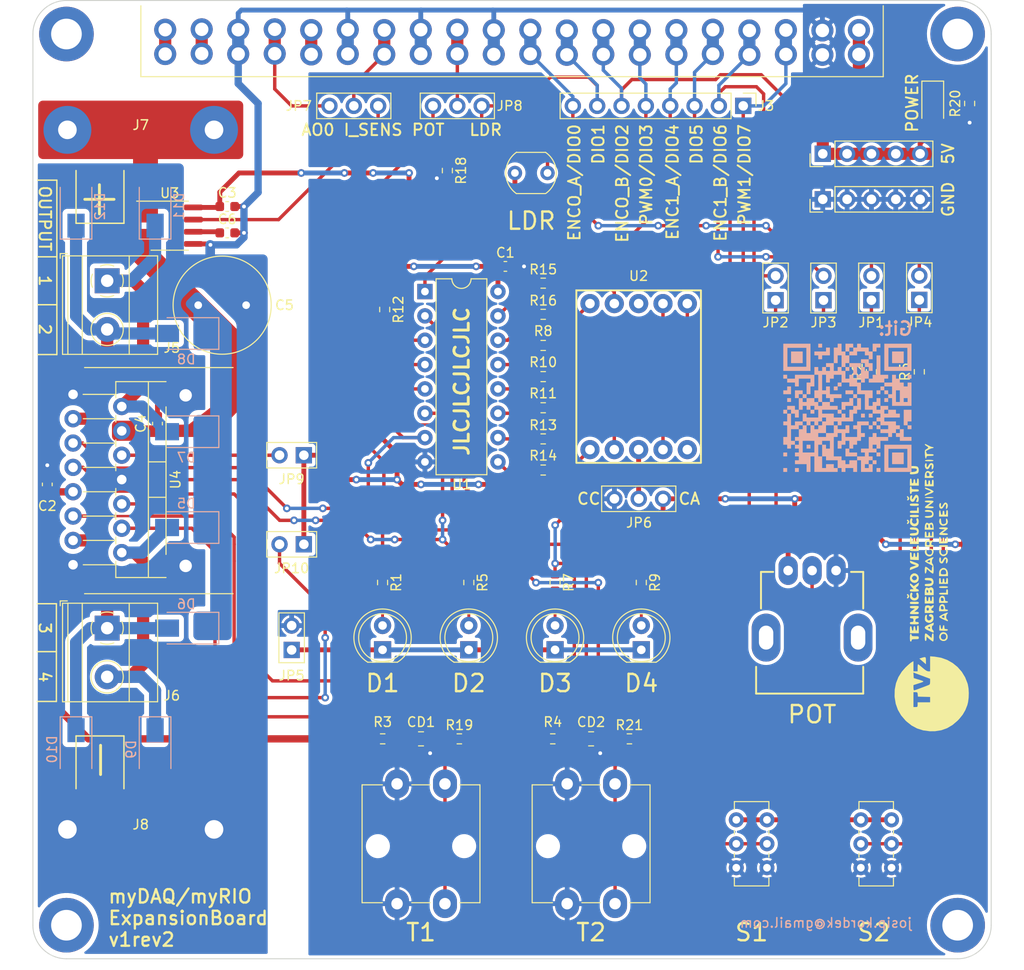
<source format=kicad_pcb>
(kicad_pcb (version 20221018) (generator pcbnew)
  (layers (0 "F.Cu" signal) (31 "B.Cu" signal) (34 "B.Paste" user) (35 "F.Paste" user) (36 "B.SilkS" user "B.Silkscreen") (37 "F.SilkS" user "F.Silkscreen") (38 "B.Mask" user) (39 "F.Mask" user) (44 "Edge.Cuts" user))
  (net 0 "")
  (net 1 "+5V")
  (net 2 "GND")
  (net 3 "/IP-")
  (net 4 "Net-(C6-Pad1)")
  (net 5 "DIO4")
  (net 6 "DIO5")
  (net 7 "Net-(D1-Pad1)")
  (net 8 "DIO0")
  (net 9 "DIO1")
  (net 10 "DIO2")
  (net 11 "DIO3")
  (net 12 "/OUT4")
  (net 13 "/OUT3")
  (net 14 "/OUT1")
  (net 15 "/OUT2")
  (net 16 "VDD")
  (net 17 "Net-(D14-Pad1)")
  (net 18 "DIO7")
  (net 19 "DIO6")
  (net 20 "unconnected-(J4-Pad1)")
  (net 21 "unconnected-(J4-Pad2)")
  (net 22 "AO0")
  (net 23 "unconnected-(J4-Pad5)")
  (net 24 "AI0+")
  (net 25 "AI1+")
  (net 26 "Net-(JP1-Pad1)")
  (net 27 "Net-(JP4-Pad1)")
  (net 28 "Net-(JP6-Pad2)")
  (net 29 "Net-(JP7-Pad1)")
  (net 30 "Net-(JP8-Pad1)")
  (net 31 "Net-(JP9-Pad2)")
  (net 32 "Net-(JP10-Pad2)")
  (net 33 "Net-(R2-Pad1)")
  (net 34 "Net-(R6-Pad2)")
  (net 35 "Net-(R8-Pad1)")
  (net 36 "Net-(R8-Pad2)")
  (net 37 "Net-(R10-Pad1)")
  (net 38 "Net-(R10-Pad2)")
  (net 39 "Net-(R11-Pad1)")
  (net 40 "Net-(R11-Pad2)")
  (net 41 "Net-(R12-Pad2)")
  (net 42 "Net-(R13-Pad1)")
  (net 43 "Net-(R13-Pad2)")
  (net 44 "Net-(R14-Pad1)")
  (net 45 "Net-(R14-Pad2)")
  (net 46 "Net-(R15-Pad1)")
  (net 47 "Net-(R15-Pad2)")
  (net 48 "Net-(R16-Pad1)")
  (net 49 "Net-(R16-Pad2)")
  (net 50 "Net-(JP8-Pad3)")
  (net 57 "Net-(D1-Pad2)")
  (net 58 "Net-(D2-Pad2)")
  (net 59 "Net-(D3-Pad2)")
  (net 60 "Net-(D4-Pad2)")
  (net 61 "Net-(CD1-Pad1)")
  (net 62 "Net-(R19-Pad1)")
  (net 63 "Net-(CD2-Pad1)")
  (net 64 "Net-(R21-Pad1)")
  (footprint "LED_THT:LED_D5.0mm" (layer "F.Cu") (at 114.7375 101.5125 90)
    (fp_text reference "D2")
    (fp_text value "YELLOW")
  )
  (footprint "Resistor_SMD:R_0603_1608Metric" (layer "F.Cu") (at 167 44.5 -90)
    (fp_text reference "R20")
    (fp_text value "4k7")
  )
  (footprint "Resistor_SMD:R_0603_1608Metric" (layer "F.Cu") (at 105.75 110.8)
    (fp_text reference "R3")
    (fp_text value "10k")
  )
  (footprint "Capacitor_THT:C_Radial_D10.0mm_H16.0mm_P5.00mm" (layer "F.Cu") (at 86.5 65.545)
    (fp_text reference "C5")
    (fp_text value "470u")
  )
  (footprint "Resistor_SMD:R_0603_1608Metric" (layer "F.Cu") (at 112.5 51.5 -90)
    (fp_text reference "R18")
    (fp_text value "10k")
  )
  (footprint "Resistor_SMD:R_0603_1608Metric" (layer "F.Cu") (at 122.5 69.75)
    (fp_text reference "R8")
    (fp_text value "2k")
  )
  (footprint "Resistor_SMD:R_0603_1608Metric" (layer "F.Cu") (at 122.5 76.25)
    (fp_text reference "R11")
    (fp_text value "2k")
  )
  (footprint "MountingHole:MountingHole_3.2mm_M3_ISO7380_Pad" (layer "F.Cu") (at 72.75 37.25)
    (fp_text reference "H1" hide)
    (fp_text value "MountingHole_Pad")
  )
  (footprint "Library:PinHeader_1x02_P2.54mm_jumper" (layer "F.Cu") (at 97.525 90.5 -90)
    (fp_text reference "JP10")
    (fp_text value "Jumper_2_Open")
  )
  (footprint "Resistor_SMD:R_0603_1608Metric" (layer "F.Cu") (at 122.5 73)
    (fp_text reference "R10")
    (fp_text value "2k")
  )
  (footprint "Capacitor_SMD:C_0805_2012Metric" (layer "F.Cu") (at 109.75 110.8)
    (fp_text reference "CD1")
    (fp_text value "100n")
  )
  (footprint "Capacitor_SMD:C_0603_1608Metric" (layer "F.Cu") (at 89.525 55.25)
    (fp_text reference "C3")
    (fp_text value "100n")
  )
  (footprint "Resistor_SMD:R_0603_1608Metric" (layer "F.Cu") (at 156.75 72.5 90)
    (fp_text reference "R2")
    (fp_text value "10k")
  )
  (footprint "Resistor_SMD:R_0603_1608Metric" (layer "F.Cu") (at 161.75 72.5 -90)
    (fp_text reference "R6")
    (fp_text value "10k")
  )
  (footprint "Capacitor_SMD:C_0603_1608Metric" (layer "F.Cu") (at 70.75 84.25 90)
    (fp_text reference "C2")
    (fp_text value "100n")
  )
  (footprint "Library:7segm-SA52" (layer "F.Cu") (at 132.46 73)
    (fp_text reference "U2")
    (fp_text value "7segm-symbol")
  )
  (footprint "MountingHole:MountingHole_3.2mm_M3_ISO7380_Pad" (layer "F.Cu") (at 72.75 130.25)
    (fp_text reference "H4" hide)
    (fp_text value "MountingHole_Pad")
  )
  (footprint "Resistor_SMD:R_0603_1608Metric" (layer "F.Cu") (at 105.96 66 -90)
    (fp_text reference "R12")
    (fp_text value "10k")
  )
  (footprint "Library:PinHeader_1x03_P2.54mm_Vertical_jumper" (layer "F.Cu") (at 111 44.75 90)
    (fp_text reference "JP8")
    (fp_text value "Jumper_3_Open")
  )
  (footprint "Library:PTV09A-4225F-B502" (layer "F.Cu") (at 150.5605 100.2375 180)
    (fp_text reference "RV1" hide)
    (fp_text value "10k")
  )
  (footprint "Library:PinHeader_1x02_P2.54mm_jumper" (layer "F.Cu") (at 96.25 101.525 180)
    (fp_text reference "JP5")
    (fp_text value "Jumper_2_Open")
  )
  (footprint "Library:PinHeader_1x02_P2.54mm_jumper" (layer "F.Cu") (at 161.75 65 180)
    (fp_text reference "JP4")
    (fp_text value "Jumper_2_Open")
  )
  (footprint "Library:PinHeader_1x02_P2.54mm_jumper" (layer "F.Cu") (at 97.525 81.205 -90)
    (fp_text reference "JP9")
    (fp_text value "Jumper_2_Open")
  )
  (footprint "Connector_PinHeader_2.54mm:PinHeader_1x08_P2.54mm_Vertical" (layer "F.Cu") (at 143.375 44.75 -90)
    (fp_text reference "J3")
    (fp_text value "Conn_01x08_Male")
  )
  (footprint "Connector_PinHeader_2.54mm:PinHeader_1x05_P2.54mm_Vertical" (layer "F.Cu") (at 151.675 54.5 90)
    (fp_text reference "J2" hide)
    (fp_text value "Conn_01x05_Male")
  )
  (footprint "Capacitor_SMD:C_0603_1608Metric" (layer "F.Cu") (at 82.25 77.9 90)
    (fp_text reference "C4")
    (fp_text value "100n")
  )
  (footprint "Resistor_SMD:R_0603_1608Metric" (layer "F.Cu") (at 123.7375 94.4875 -90)
    (fp_text reference "R7")
    (fp_text value "619")
  )
  (footprint "Library:OSTV7XX3151" (layer "F.Cu") (at 83.055 36.8)
    (fp_text reference "J4" hide)
    (fp_text value "OSTV7XX3151")
  )
  (footprint "Library:L298n" (layer "F.Cu") (at 73.44 74.855 -90)
    (fp_text reference "U4")
    (fp_text value "L298N")
  )
  (footprint "Library:PinHeader_1x03_P2.54mm_Vertical_jumper" (layer "F.Cu") (at 105.275 44.75 -90)
    (fp_text reference "JP7")
    (fp_text value "Jumper_3_Open")
  )
  (footprint "Resistor_SMD:R_0603_1608Metric" (layer "F.Cu") (at 114.7375 94.4875 -90)
    (fp_text reference "R5")
    (fp_text value "2k")
  )
  (footprint "LED_THT:LED_D5.0mm" (layer "F.Cu") (at 123.7375 101.5125 90)
    (fp_text reference "D3")
    (fp_text value "GREEN")
  )
  (footprint "Package_DIP:DIP-16_W7.62mm" (layer "F.Cu") (at 110.16 64.125)
    (fp_text reference "U1")
    (fp_text value "74LS47")
  )
  (footprint "TerminalBlock_Phoenix:TerminalBlock_Phoenix_MKDS-1,5-2-5.08_1x02_P5.08mm_Horizontal" (layer "F.Cu") (at 77 99.25 -90)
    (fp_text reference "J6")
    (fp_text value "Screw_Terminal_01x02")
  )
  (footprint "Capacitor_SMD:C_0603_1608Metric" (layer "F.Cu") (at 89.525 58)
    (fp_text reference "C6")
    (fp_text value "1n")
  )
  (footprint "Resistor_SMD:R_0603_1608Metric" (layer "F.Cu") (at 132.7375 94.4875 -90)
    (fp_text reference "R9")
    (fp_text value "4k7")
  )
  (footprint "Capacitor_SMD:C_0805_2012Metric" (layer "F.Cu") (at 127.5 110.8)
    (fp_text reference "CD2")
    (fp_text value "100n")
  )
  (footprint "Resistor_SMD:R_0603_1608Metric" (layer "F.Cu") (at 105.7375 94.4875 -90)
    (fp_text reference "R1")
    (fp_text value "4k7")
  )
  (footprint "Library:PinHeader_1x02_P2.54mm_jumper" (layer "F.Cu") (at 156.75 65.025 180)
    (fp_text reference "JP1")
    (fp_text value "Jumper_2_Open")
  )
  (footprint "Library:DELTRON 4mm banana socket - black" (layer "F.Cu") (at 80.5 120.25)
    (fp_text reference "J8")
    (fp_text value "Screw_Terminal_01x01")
  )
  (footprint "OptoDevice:R_LDR_5.1x4.3mm_P3.4mm_Vertical" (layer "F.Cu") (at 119.55 51.75)
    (fp_text reference "R17" hide)
    (fp_text value "R_Photo")
  )
  (footprint "Library:Omron_B3F-12x12mm" (layer "F.Cu") (at 130 115.5 -90)
    (fp_text reference "SW4" hide)
    (fp_text value "SW_Push")
  )
  (footprint "LED_THT:LED_D5.0mm" (layer "F.Cu") (at 105.7375 101.5125 90)
    (fp_text reference "D1")
    (fp_text value "RED")
  )
  (footprint "Resistor_SMD:R_0603_1608Metric" (layer "F.Cu") (at 122.5 63.25)
    (fp_text reference "R15")
    (fp_text value "2k")
  )
  (footprint "Library:PinHeader_1x03_P2.54mm_Vertical_jumper" (layer "F.Cu") (at 135.01 85.75 -90)
    (fp_text reference "JP6")
    (fp_text value "Jumper_3_Open")
  )
  (footprint "Resistor_SMD:R_0603_1608Metric" (layer "F.Cu") (at 122.5 79.5)
    (fp_text reference "R13")
    (fp_text value "2k")
  )
  (footprint "MountingHole:MountingHole_3.2mm_M3_ISO7380_Pad" (layer "F.Cu") (at 165.75 130.25)
    (fp_text reference "H3" hide)
    (fp_text value "MountingHole_Pad")
  )
  (footprint "Library:EG1271A" (layer "F.Cu") (at 144.25 121.75 -90)
    (fp_text reference "SW1" hide)
    (fp_text value "SW_SPDT")
  )
  (footprint "Library:DELTRON 4mm banana socket - red" (layer "F.Cu") (at 80.5 47.25)
    (fp_text reference "J7")
    (fp_text value "Screw_Terminal_01x01")
  )
  (footprint "Library:EG1271A" (layer "F.Cu") (at 157.25 121.75 -90)
    (fp_text reference "SW2" hide)
    (fp_text value "SW_SPDT")
  )
  (footprint "Resistor_SMD:R_0603_1608Metric" (layer "F.Cu") (at 113.75 110.8)
    (fp_text reference "R19")
    (fp_text value "100")
  )
  (footprint "Library:tvz2" (layer "F.Cu") (at 163 95 90)
    (fp_text reference "G***" hide)
    (fp_text value "LOGO" hide)
  )
  (footprint "Library:PinHeader_1x02_P2.54mm_jumper" (layer "F.Cu") (at 146.75 65.025 180)
    (fp_text reference "JP2")
    (fp_text value "Jumper_2_Open")
  )
  (footprint "LED_SMD:LED_1206_3216Metric" (layer "F.Cu") (at 163.15 44.45 -90)
    (fp_text reference "D14" hide)
    (fp_text value "LED")
  )
  (footprint "Library:PinHeader_1x02_P2.54mm_jumper" (layer "F.Cu") (at 151.75 65.025 180)
    (fp_text reference "JP3")
    (fp_text value "Jumper_2_Open")
  )
  (footprint "Library:Omron_B3F-12x12mm" (layer "F.Cu") (at 112.25 115.5 -90)
    (fp_text reference "SW3" hide)
    (fp_text value "SW_Push")
  )
  (footprint "Resistor_SMD:R_0603_1608Metric" (layer "F.Cu") (at 123.5 110.8)
    (fp_text reference "R4")
    (fp_text value "10k")
  )
  (footprint "LED_THT:LED_D5.0mm" (layer "F.Cu") (at 132.7375 101.5125 90)
    (fp_text reference "D4")
    (fp_text value "BLUE")
  )
  (footprint "TerminalBlock_Phoenix:TerminalBlock_Phoenix_MKDS-1,5-2-5.08_1x02_P5.08mm_Horizontal" (layer "F.Cu") (at 77 63 -90)
    (fp_text reference "J5")
    (fp_text value "Screw_Terminal_01x02")
  )
  (footprint "Capacitor_SMD:C_0603_1608Metric" (layer "F.Cu") (at 118.555 61.5)
    (fp_text reference "C1")
    (fp_text value "100n")
  )
  (footprint "Connector_PinHeader_2.54mm:PinHeader_1x05_P2.54mm_Vertical" (layer "F.Cu") (at 151.675 49.75 90)
    (fp_text reference "J1" hide)
    (fp_text value "Conn_01x05_Male")
  )
  (footprint "MountingHole:MountingHole_3.2mm_M3_ISO7380_Pad" (layer "F.Cu") (at 165.75 37.25)
    (fp_text reference "H2" hide)
    (fp_text value "MountingHole_Pad")
  )
  (footprint "Resistor_SMD:R_0603_1608Metric" (layer "F.Cu") (at 131.5 110.8)
    (fp_text reference "R21")
    (fp_text value "100")
  )
  (footprint "Package_SO:SOIC-8_3.9x4.9mm_P1.27mm" (layer "F.Cu") (at 83.525 57.25)
    (fp_text reference "U3")
    (fp_text value "ACS712xLCTR-05B")
  )
  (footprint "Resistor_SMD:R_0603_1608Metric" (layer "F.Cu") (at 122.5 66.5)
    (fp_text reference "R16")
    (fp_text value "2k")
  )
  (footprint "Resistor_SMD:R_0603_1608Metric" (layer "F.Cu") (at 122.5 82.75)
    (fp_text reference "R14")
    (fp_text value "2k")
  )
  (footprint "Diode_SMD:D_SMA" (layer "B.Cu") (at 85.25 99.25 180)
    (fp_text reference "D6")
    (fp_text value "1N4007")
  )
  (footprint "Library:qrcode" (layer "B.Cu") (at 154.25 76.25 180)
    (fp_text reference "G***" hide)
    (fp_text value "LOGO" hide)
  )
  (footprint "Diode_SMD:D_SMA" (layer "B.Cu") (at 85.25 88.75 180)
    (fp_text reference "D5")
    (fp_text value "1N4007")
  )
  (footprint "Diode_SMD:D_SMA" (layer "B.Cu") (at 73.75 111.9 -90)
    (fp_text reference "D10")
    (fp_text value "1N4007")
  )
  (footprint "Diode_SMD:D_SMA" (layer "B.Cu") (at 82 55.25 90)
    (fp_text reference "D11")
    (fp_text value "1N4007")
  )
  (footprint "Diode_SMD:D_SMA" (layer "B.Cu") (at 82 111.9 -90)
    (fp_text reference "D9")
    (fp_text value "1N4007")
  )
  (footprint "Diode_SMD:D_SMA" (layer "B.Cu") (at 85.25 78.75 180)
    (fp_text reference "D7")
    (fp_text value "1N4007")
  )
  (footprint "Diode_SMD:D_SMA" (layer "B.Cu") (at 73.75 55.25 90)
    (fp_text reference "D12")
    (fp_text value "1N4007")
  )
  (footprint "Diode_SMD:D_SMA" (layer "B.Cu") (at 85.25 68.5 180)
    (fp_text reference "D8")
    (fp_text value "1N4007")
  )
  (gr_line (start 69.75 60.5) (end 71.75 60.5) (stroke (width 0.15)) (layer "F.SilkS"))
  (gr_line (start 73.75 110.5) (end 73.75 116) (stroke (width 0.15)) (layer "F.SilkS"))
  (gr_line (start 71.75 52.5) (end 71.75 70.7) (stroke (width 0.15)) (layer "F.SilkS"))
  (gr_line (start 71.7 96.7) (end 71.7 106.9) (stroke (width 0.15)) (layer "F.SilkS"))
  (gr_line (start 78.75 110.5) (end 73.75 110.5) (stroke (width 0.15)) (layer "F.SilkS"))
  (gr_line (start 73.75 51.5) (end 73.75 57) (stroke (width 0.15)) (layer "F.SilkS"))
  (gr_line (start 73.75 57) (end 78.75 57) (stroke (width 0.15)) (layer "F.SilkS"))
  (gr_line (start 78.75 116) (end 78.75 110.5) (stroke (width 0.15)) (layer "F.SilkS"))
  (gr_line (start 69.75 70.7) (end 71.75 70.7) (stroke (width 0.15)) (layer "F.SilkS"))
  (gr_line (start 69.7 101.7) (end 71.7 101.7) (stroke (width 0.15)) (layer "F.SilkS"))
  (gr_line (start 78.75 57) (end 78.75 51.5) (stroke (width 0.15)) (layer "F.SilkS"))
  (gr_line (start 69.7 96.7) (end 71.7 96.7) (stroke (width 0.15)) (layer "F.SilkS"))
  (gr_line (start 69.7 106.9) (end 71.7 106.9) (stroke (width 0.15)) (layer "F.SilkS"))
  (gr_line (start 69.75 52.5) (end 71.75 52.5) (stroke (width 0.15)) (layer "F.SilkS"))
  (gr_line (start 69.75 65.5) (end 71.75 65.5) (stroke (width 0.15)) (layer "F.SilkS"))
  (gr_line (start 165.75 133.75) (end 72.75 133.75) (stroke (width 0.1)) (layer "Edge.Cuts"))
  (gr_line (start 169.25 37.25) (end 169.25 130.25) (stroke (width 0.1)) (layer "Edge.Cuts"))
  (gr_line (start 69.25 130.25) (end 69.25 37.25) (stroke (width 0.1)) (layer "Edge.Cuts"))
  (gr_arc (start 69.25 37.25) (mid 70.275126 34.775126) (end 72.75 33.75) (stroke (width 0.1)) (layer "Edge.Cuts"))
  (gr_arc (start 169.25 130.25) (mid 168.224874 132.724874) (end 165.75 133.75) (stroke (width 0.1)) (layer "Edge.Cuts"))
  (gr_line (start 72.75 33.75) (end 165.75 33.75) (stroke (width 0.1)) (layer "Edge.Cuts"))
  (gr_arc (start 72.75 133.75) (mid 70.275126 132.724874) (end 69.25 130.25) (stroke (width 0.1)) (layer "Edge.Cuts"))
  (gr_arc (start 165.75 33.75) (mid 168.224874 34.775126) (end 169.25 37.25) (stroke (width 0.1)) (layer "Edge.Cuts"))
  (gr_text "Git:" (at 159.25 68) (layer "B.SilkS") (effects (font (size 1.4 1.4) (thickness 0.25)) (justify mirror)))
  (gr_text "josip.kordek@gmail.com" (at 152 130) (layer "B.SilkS") (effects (font (size 1 1)) (justify mirror)))
  (gr_text "LDR" (at 116.5 47.25) (layer "F.SilkS") (effects (font (size 1.2 1.2) (thickness 0.2))))
  (gr_text "DIO5" (at 138.5 48.75 90) (layer "F.SilkS") (effects (font (size 1.2 1.2) (thickness 0.2))))
  (gr_text "4" (at 70.5 104.33 270) (layer "F.SilkS") (effects (font (size 1.2 1.2) (thickness 0.2))))
  (gr_text "T2" (at 127.5 131) (layer "F.SilkS") (effects (font (size 1.8 1.8) (thickness 0.25))))
  (gr_text "S1" (at 144.25 131) (layer "F.SilkS") (effects (font (size 1.8 1.8) (thickness 0.25))))
  (gr_text "ENCO_B/DIO2" (at 130.75 52.835714 90) (layer "F.SilkS") (effects (font (size 1.2 1.2) (thickness 0.2))))
  (gr_text "POT" (at 110.5 47.25) (layer "F.SilkS") (effects (font (size 1.2 1.2) (thickness 0.2))))
  (gr_text "ENC1_B/DIO6" (at 141 52.778571 90) (layer "F.SilkS") (effects (font (size 1.2 1.2) (thickness 0.2))))
  (gr_text "S2" (at 157 131) (layer "F.SilkS") (effects (font (size 1.8 1.8) (thickness 0.25))))
  (gr_text "1" (at 70.5 63 270) (layer "F.SilkS") (effects (font (size 1.2 1.2) (thickness 0.2))))
  (gr_text "ENC1_A/DIO4" (at 136 52.692857 90) (layer "F.SilkS") (effects (font (size 1.2 1.2) (thickness 0.2))))
  (gr_text "PWM0/DIO3\n" (at 133.25 51.921428 90) (layer "F.SilkS") (effects (font (size 1.2 1.2) (thickness 0.2))))
  (gr_text "ENCO_A/DIO0" (at 125.75 52.75 90) (layer "F.SilkS") (effects (font (size 1.2 1.2) (thickness 0.2))))
  (gr_text "OUTPUT" (at 70.5 56.5 270) (layer "F.SilkS") (effects (font (size 1.2 1.2) (thickness 0.2))))
  (gr_text "I_SENS" (at 104.75 47.25) (layer "F.SilkS") (effects (font (size 1.2 1.2) (thickness 0.2))))
  (gr_text "AO0" (at 99 47.25) (layer "F.SilkS") (effects (font (size 1.2 1.2) (thickness 0.2))))
  (gr_text "LDR" (at 121.25 56.75) (layer "F.SilkS") (effects (font (size 1.8 1.8) (thickness 0.25))))
  (gr_text "3" (at 70.5 99.25 270) (layer "F.SilkS") (effects (font (size 1.2 1.2) (thickness 0.2))))
  (gr_text "JLCJLCJLCJLC" (at 114 73.5 90) (layer "F.SilkS") (effects (font (size 1.5 1.5) (thickness 0.3))))
  (gr_text "T1" (at 109.75 131) (layer "F.SilkS") (effects (font (size 1.8 1.8) (thickness 0.25))))
  (gr_text "GND" (at 164.75 54.5 90) (layer "F.SilkS") (effects (font (size 1.2 1.2) (thickness 0.2))))
  (gr_text "POT" (at 150.5605 108.25) (layer "F.SilkS") (effects (font (size 1.8 1.8) (thickness 0.25))))
  (gr_text "5V" (at 164.75 49.75 90) (layer "F.SilkS") (effects (font (size 1.2 1.2) (thickness 0.2))))
  (gr_text "CA" (at 137.75 85.75) (layer "F.SilkS") (effects (font (size 1.2 1.2) (thickness 0.2))))
  (gr_text "PWM1/DIO7" (at 143.5 51.921428 90) (layer "F.SilkS") (effects (font (size 1.2 1.2) (thickness 0.2))))
  (gr_text "DIO1" (at 128.25 48.75 90) (layer "F.SilkS") (effects (font (size 1.2 1.2) (thickness 0.2))))
  (gr_text "POWER" (at 161 44.45 90) (layer "F.SilkS") (effects (font (size 1.2 1.2) (thickness 0.2))))
  (gr_text "+" (at 76.5 54.5 270) (layer "F.SilkS") (effects (font (size 4 4) (thickness 0.3))))
  (gr_text "-" (at 76 113 90) (layer "F.SilkS") (effects (font (size 4 4) (thickness 0.3))))
  (gr_text "CC" (at 127.25 85.75) (layer "F.SilkS") (effects (font (size 1.2 1.2) (thickness 0.2))))
  (gr_text "myDAQ/myRIO\nExpansionBoard\nv1rev2" (at 77 129.5) (layer "F.SilkS") (effects (font (size 1.4 1.4) (thickness 0.24)) (justify left)))
  (gr_text "2" (at 70.5 68.08 270) (layer "F.SilkS") (effects (font (size 1.2 1.2) (thickness 0.2))))
  (segment (start 140 64.75) (end 140 85.25) (width 0.508) (layer "F.Cu") (net 1))
  (segment (start 105.96 65.175) (end 105.96 63.04) (width 0.508) (layer "F.Cu") (net 1))
  (segment (start 149.94 132) (end 149.432 132) (width 0.508) (layer "F.Cu") (net 1))
  (segment (start 100.5 62.25) (end 100.5 74.25) (width 0.508) (layer "F.Cu") (net 1))
  (segment (start 119.75 111.95) (end 120.95 110.75) (width 0.508) (layer "F.Cu") (net 1))
  (segment (start 142.65 119.25) (end 150.238 119.25) (width 0.508) (layer "F.Cu") (net 1))
  (segment (start 107.75 84.25) (end 109.75 84.25) (width 0.508) (layer "F.Cu") (net 1))
  (segment (start 102 129.75) (end 102 111.2) (width 1.27) (layer "F.Cu") (net 1))
  (segment (start 151.464 131.652) (end 151.464 132) (width 0.508) (layer "F.Cu") (net 1))
  (segment (start 88.75 53.75) (end 90.75 51.75) (width 0.508) (layer "F.Cu") (net 1))
  (segment (start 119.55 53.2) (end 118.5 54.25) (width 0.508) (layer "F.Cu") (net 1))
  (segment (start 165.5 49.75) (end 166.75 51) (width 1.27) (layer "F.Cu") (net 1))
  (segment (start 150.238 119.25) (end 151.006 119.25) (width 0.508) (layer "F.Cu") (net 1))
  (segment (start 141.5 85.75) (end 140.5 85.75) (width 0.508) (layer "F.Cu") (net 1))
  (segment (start 140 85.25) (end 140 85.75) (width 0.508) (layer "F.Cu") (net 1))
  (segment (start 90.75 51.75) (end 97.25 51.75) (width 0.508) (layer "F.Cu") (net 1))
  (segment (start 140 85.25) (end 140.5 85.75) (width 0.3556) (layer "F.Cu") (net 1))
  (segment (start 155.445 36.84) (end 155.445 39.38) (width 1.27) (layer "F.Cu") (net 1))
  (segment (start 166.75 123.25) (end 165.25 124.75) (width 1.27) (layer "F.Cu") (net 1))
  (segment (start 118.5 54.25) (end 108.5 54.25) (width 0.508) (layer "F.Cu") (net 1))
  (segment (start 151.514 119.25) (end 155.65 119.25) (width 0.508) (layer "F.Cu") (net 1))
  (segment (start 135.01 86.99) (end 134.375 87.625) (width 0.508) (layer "F.Cu") (net 1))
  (segment (start 150.876 119.888) (end 150.876 131.064) (width 0.508) (layer "F.Cu") (net 1))
  (segment (start 117.78 61.5) (end 115.5 61.5) (width 0.508) (layer "F.Cu") (net 1))
  (segment (start 160.5 129) (end 159.375 130.125) (width 1.27) (layer "F.Cu") (net 1))
  (segment (start 101.75 51.75) (end 104.75 51.75) (width 0.508) (layer "F.Cu") (net 1))
  (segment (start 157.5 132) (end 151.464 132) (width 1.27) (layer "F.Cu") (net 1))
  (segment (start 107.25 81) (end 107.25 83.75) (width 0.508) (layer "F.Cu") (net 1))
  (segment (start 117.78 61.5) (end 117.78 64.125) (width 0.508) (layer "F.Cu") (net 1))
  (segment (start 119.75 132) (end 119.75 111.95) (width 0.508) (layer "F.Cu") (net 1))
  (segment (start 115.75 84.25) (end 123 84.25) (width 0.508) (layer "F.Cu") (net 1))
  (segment (start 100.5 74.25) (end 107.25 81) (width 0.508) (layer "F.Cu") (net 1))
  (segment (start 160.5 127) (end 160.5 129) (width 1.27) (layer "F.Cu") (net 1))
  (segment (start 104.25 132) (end 102 129.75) (width 1.27) (layer "F.Cu") (net 1))
  (segment (start 117.75 60.75) (end 118.25 60.25) (width 0.508) (layer "F.Cu") (net 1))
  (segment (start 162.75 124.75) (end 162 125.5) (width 1.27) (layer "F.Cu") (net 1))
  (segment (start 121.25 60.25) (end 122 61) (width 0.508) (layer "F.Cu") (net 1))
  (segment (start 165.25 124.75) (end 162.75 124.75) (width 1.27) (layer "F.Cu") (net 1))
  (segment (start 150.876 131.064) (end 151.464 131.652) (width 0.508) (layer "F.Cu") (net 1))
  (segment (start 136.25 61) (end 140 64.75) (width 0.508) (layer "F.Cu") (net 1))
  (segment (start 120.95 110.75) (end 122.675 110.75) (width 0.508) (layer "F.Cu") (net 1))
  (segment (start 88.655 55.345) (end 88.75 55.25) (width 0.508) (layer "F.Cu") (net 1))
  (segment (start 107.75 84.25) (end 107.25 83.75) (width 0.508) (layer "F.Cu") (net 1))
  (segment (start 105.96 63.04) (end 107.5 61.5) (width 0.508) (layer "F.Cu") (net 1))
  (segment (start 75.05 110.8) (end 70.75 106.5) (width 0.762) (layer "F.Cu") (net 1))
  (segment (start 158.85 119.25) (end 155.65 119.25) (width 0.508) (layer "F.Cu") (net 1))
  (segment (start 135.01 85.75) (end 138.5 85.75) (width 0.508) (layer "F.Cu") (net 1))
  (segment (start 159.375 130.125) (end 158.75 130.75) (width 1.27) (layer "F.Cu") (net 1))
  (segment (start 148.75 85.75) (end 148.75 89.75) (width 0.508) (layer "F.Cu") (net 1))
  (segment (start 158.125 131.375) (end 157.5 132) (width 1.27) (layer "F.Cu") (net 1))
  (segment (start 119.75 132) (end 104.25 132) (width 1.27) (layer "F.Cu") (net 1))
  (segment (start 135.01 85.75) (end 135.01 86.99) (width 0.508) (layer "F.Cu") (net 1))
  (segment (start 151.675 49.75) (end 151.675 47.325) (width 1.27) (layer "F.Cu") (net 1))
  (segment (start 140 85.25) (end 139.5 85.75) (width 0.3556) (layer "F.Cu") (net 1))
  (segment (start 70.75 106.5) (end 70.75 85.025) (width 0.762) (layer "F.Cu") (net 1))
  (segment (start 150.876 131.064) (end 149.94 132) (width 0.508) (layer "F.Cu") (net 1))
  (segment (start 119.75 132) (end 149.432 132) (width 1.27) (layer "F.Cu") (net 1))
  (segment (start 70.75 85.025) (end 73.43 85.025) (width 0.762) (layer "F.Cu") (net 1))
  (segment (start 163.15 47.35) (end 161.835 48.665) (width 0.508) (layer "F.Cu") (net 1))
  (segment (start 139.5 85.75) (end 138.5 85.75) (width 0.508) (layer "F.Cu") (net 1))
  (segment (start 102 83.75) (end 99.455 81.205) (width 0.508) (layer "F.Cu") (net 1))
  (segment (start 140 85.75) (end 139.5 85.75) (width 0.508) (layer "F.Cu") (net 1))
  (segment (start 99.455 81.205) (end 97.525 81.205) (width 0.508) (layer "F.Cu") (net 1))
  (segment (start 108.5 54.25) (end 100.5 62.25) (width 0.508) (layer "F.Cu") (net 1))
  (segment (start 73.43 85.025) (end 73.44 85.015) (width 0.762) (layer "F.Cu") (net 1))
  (segment (start 103 83.75) (end 102 83.75) (width 0.508) (layer "F.Cu") (net 1))
  (segment (start 166.75 99.5) (end 166.75 123.25) (width 1.27) (layer "F.Cu") (net 1))
  (segment (start 122 61) (end 136.25 61) (width 0.508) (layer "F.Cu") (net 1))
  (segment (start 107.5 61.5) (end 109 61.5) (width 0.508) (layer "F.Cu") (net 1))
  (segment (start 160.875 126.625) (end 160.5 127) (width 1.27) (layer "F.Cu") (net 1))
  (segment (start 102 110.8) (end 75.05 110.8) (width 0.762) (layer "F.Cu") (net 1))
  (segment (start 153.5 85.75) (end 148.75 85.75) (width 0.508) (layer "F.Cu") (net 1))
  (segment (start 119.55 51.75) (end 119.55 53.2) (width 0.508) (layer "F.Cu") (net 1))
  (segment (start 150.876 131.064) (end 150.876 131.92) (width 0.508) (layer "F.Cu") (net 1))
  (segment (start 97.525 81.205) (end 97.525 90.5) (width 0.508) (layer "F.Cu") (net 1))
  (segment (start 148.0605 93.2375) (end 148.0605 90.4395) (width 0.508) (layer "F.Cu") (net 1))
  (segment (start 88.75 55.25) (end 88.75 53.75) (width 0.508) (layer "F.Cu") (net 1))
  (segment (start 117.75 61.47) (end 117.75 60.75) (width 0.508) (layer "F.Cu") (net 1))
  (segment (start 150.876 119.888) (end 150.238 119.25) (width 0.508) (layer "F.Cu") (net 1))
  (segment (start 161.835 49.75) (end 151.675 49.75) (width 1.27) (layer "F.Cu") (net 1))
  (segment (start 163.15 45.85) (end 163.15 47.35) (width 0.508) (layer "F.Cu") (net 1))
  (segment (start 164.85 49.75) (end 165.5 49.75) (width 1.27) (layer "F.Cu") (net 1))
  (segment (start 151.006 119.25) (end 151.514 119.25) (width 0.508) (layer "F.Cu") (net 1))
  (segment (start 150.876 119.888) (end 151.514 119.25) (width 0.508) (layer "F.Cu") (net 1))
  (segment (start 158.25 90.5) (end 153.5 85.75) (width 0.508) (layer "F.Cu") (net 1))
  (segment (start 151.675 47.325) (end 155.445 43.555) (width 1.27) (layer "F.Cu") (net 1))
  (segment (start 118.25 60.25) (end 121.25 60.25) (width 0.508) (layer "F.Cu") (net 1))
  (segment (start 161.835 48.665) (end 161.835 49.75) (width 0.508) (layer "F.Cu") (net 1))
  (segment (start 166.75 90.5) (end 166.75 99.5) (width 1.27) (layer "F.Cu") (net 1))
  (segment (start 161.835 49.75) (end 164.85 49.75) (width 1.27) (layer "F.Cu") (net 1))
  (segment (start 151.006 119.25) (end 150.876 119.38) (width 0.508) (layer "F.Cu") (net 1))
  (segment (start 140.5 85.75) (end 140 85.75) (width 0.508) (layer "F.Cu") (net 1))
  (segment (start 166.75 51) (end 166.75 90.5) (width 1.27) (layer "F.Cu") (net 1))
  (segment (start 150.956 132) (end 149.432 132) (width 1.27) (layer "F.Cu") (net 1))
  (segment (start 86 55.345) (end 88.655 55.345) (width 0.508) (layer "F.Cu") (net 1))
  (segment (start 158.75 130.75) (end 158.125 131.375) (width 1.27) (layer "F.Cu") (net 1))
  (segment (start 151.464 132) (end 150.956 132) (width 1.27) (layer "F.Cu") (net 1))
  (segment (start 104.925 110.8) (end 102 110.8) (width 0.762) (layer "F.Cu") (net 1))
  (segment (start 117.78 61.5) (end 117.75 61.47) (width 0.508) (layer "F.Cu") (net 1))
  (segment (start 123 84.25) (end 126.375 87.625) (width 0.508) (layer "F.Cu") (net 1))
  (segment (start 162 125.5) (end 161.625 125.875) (width 1.27) (layer "F.Cu") (net 1))
  (segment (start 155.445 43.555) (end 155.445 39.38) (width 1.27) (layer "F.Cu") (net 1))
  (segment (start 108.5 51.75) (end 108.5 54.25) (width 0.508) (layer "F.Cu") (net 1))
  (segment (start 150.876 131.92) (end 150.956 132) (width 0.508) (layer "F.Cu") (net 1))
  (segment (start 148.75 89.75) (end 148.0605 90.4395) (width 0.508) (layer "F.Cu") (net 1))
  (segment (start 126.375 87.625) (end 134.375 87.625) (width 0.508) (layer "F.Cu") (net 1))
  (segment (start 161.625 125.875) (end 160.875 126.625) (width 1.27) (layer "F.Cu") (net 1))
  (segment (start 150.876 119.38) (end 150.876 119.888) (width 0.508) (layer "F.Cu") (net 1))
  (segment (start 166.75 90.5) (end 165.5 90.5) (width 0.508) (layer "F.Cu") (net 1))
  (via (at 109.75 84.25) (size 0.8) (drill 0.4) (layers "F.Cu" "B.Cu") (net 1))
  (via (at 115.5 61.5) (size 0.8) (drill 0.4) (layers "F.Cu" "B.Cu") (net 1))
  (via (at 141.5 85.75) (size 0.8) (drill 0.4) (layers "F.Cu" "B.Cu") (net 1))
  (via (at 158.25 90.5) (size 0.8) (drill 0.4) (layers "F.Cu" "B.Cu") (net 1))
  (via (at 101.75 51.75) (size 0.8) (drill 0.4) (layers "F.Cu" "B.Cu") (net 1))
  (via (at 109 61.5) (size 0.8) (drill 0.4) (layers "F.Cu" "B.Cu") (net 1))
  (via (at 103 83.75) (size 0.8) (drill 0.4) (layers "F.Cu" "B.Cu") (net 1))
  (via (at 148.75 85.75) (size 0.8) (drill 0.4) (layers "F.Cu" "B.Cu") (net 1))
  (via (at 107.25 83.75) (size 0.8) (drill 0.4) (layers "F.Cu" "B.Cu") (net 1))
  (via (at 108.5 51.75) (size 0.8) (drill 0.4) (layers "F.Cu" "B.Cu") (net 1))
  (via (at 97.25 51.75) (size 0.8) (drill 0.4) (layers "F.Cu" "B.Cu") (net 1))
  (via (at 104.75 51.75) (size 0.8) (drill 0.4) (layers "F.Cu" "B.Cu") (net 1))
  (via (at 165.5 90.5) (size 0.8) (drill 0.4) (layers "F.Cu" "B.Cu") (net 1))
  (via (at 115.75 84.25) (size 0.8) (drill 0.4) (layers "F.Cu" "B.Cu") (net 1))
  (segment (start 104.75 51.75) (end 108.5 51.75) (width 0.508) (layer "B.Cu") (net 1))
  (segment (start 165.5 90.5) (end 158.25 90.5) (width 0.508) (layer "B.Cu") (net 1))
  (segment (start 115.75 84.25) (end 109.75 84.25) (width 0.508) (layer "B.Cu") (net 1))
  (segment (start 103 83.75) (end 107.25 83.75) (width 0.508) (layer "B.Cu") (net 1))
  (segment (start 148.75 85.75) (end 141.5 85.75) (width 0.508) (layer "B.Cu") (net 1))
  (segment (start 115.5 61.5) (end 109 61.5) (width 0.508) (layer "B.Cu") (net 1))
  (segment (start 97.25 51.75) (end 101.75 51.75) (width 0.508) (layer "B.Cu") (net 1))
  (segment (start 86 59.155) (end 87.68 59.155) (width 0.508) (layer "F.Cu") (net 2))
  (segment (start 110.7 110.8) (end 110.7 112.3) (width 0.762) (layer "F.Cu") (net 2))
  (segment (start 82.25 77.125) (end 82.25 76) (width 0.508) (layer "F.Cu") (net 2))
  (segment (start 128.45 110.8) (end 128.45 112.3) (width 0.762) (layer "F.Cu") (net 2))
  (segment (start 119.33 61.5) (end 120.5 61.5) (width 0.508) (layer "F.Cu") (net 2))
  (segment (start 111.425 52.325) (end 111.4 52.3) (width 0.508) (layer "F.Cu") (net 2))
  (segment (start 82.25 76) (end 83.395 74.855) (width 0.508) (layer "F.Cu") (net 2))
  (segment (start 167 45.325) (end 167 46.5) (width 0.508) (layer "F.Cu") (net 2))
  (segment (start 90.3 55.25) (end 91.275 55.25) (width 0.508) (layer "F.Cu") (net 2))
  (segment (start 83.395 74.855) (end 84.19 74.855) (width 0.508) (layer "F.Cu") (net 2))
  (segment (start 70.75 83.475) (end 70.75 82.25) (width 0.508) (layer "F.Cu") (net 2))
  (segment (start 87.68 59.155) (end 87.775 59.25) (width 0.508) (layer "F.Cu") (net 2))
  (segment (start 90.3 58) (end 91.275 58) (width 0.508) (layer "F.Cu") (net 2))
  (segment (start 112.5 52.325) (end 111.425 52.325) (width 0.508) (layer "F.Cu") (net 2))
  (via (at 167 46.5) (size 0.8) (drill 0.4) (layers "F.Cu" "B.Cu") (net 2))
  (via (at 110.7 112.3) (size 0.8) (drill 0.4) (layers "F.Cu" "B.Cu") (net 2))
  (via (at 87.775 59.25) (size 0.8) (drill 0.4) (layers "F.Cu" "B.Cu") (net 2))
  (via (at 91.275 58) (size 0.8) (drill 0.4) (layers "F.Cu" "B.Cu") (net 2))
  (via (at 111.4 52.3) (size 0.8) (drill 0.4) (layers "F.Cu" "B.Cu") (net 2))
  (via (at 91.275 55.25) (size 0.8) (drill 0.4) (layers "F.Cu" "B.Cu") (net 2))
  (via (at 120.5 61.5) (size 0.8) (drill 0.4) (layers "F.Cu" "B.Cu") (net 2))
  (via (at 70.75 82.25) (size 0.8) (drill 0.4) (layers "F.Cu" "B.Cu") (net 2))
  (via (at 128.45 112.3) (size 0.8) (drill 0.4) (layers "F.Cu" "B.Cu") (net 2))
  (segment (start 102.105 36.8) (end 102.105 39.34) (width 1.27) (layer "B.Cu") (net 2))
  (segment (start 109.725 36.8) (end 109.725 39.34) (width 1.27) (layer "B.Cu") (net 2))
  (segment (start 91.275 55.25) (end 91.275 58) (width 0.762) (layer "B.Cu") (net 2))
  (segment (start 117.345 39.38) (end 117.345 36.84) (width 1.27) (layer "B.Cu") (net 2))
  (segment (start 90.675 42.425) (end 92.75 44.5) (width 0.762) (layer "B.Cu") (net 2))
  (segment (start 109.75 34.75) (end 102 34.75) (width 0.508) (layer "B.Cu") (net 2))
  (segment (start 117.345 36.84) (end 117.345 34.845) (width 0.508) (layer "B.Cu") (net 2))
  (segment (start 90.675 35.075) (end 90.675 36.8) (width 0.508) (layer "B.Cu") (net 2))
  (segment (start 90.675 39.34) (end 90.675 42.425) (width 0.762) (layer "B.Cu") (net 2))
  (segment (start 92.75 53.775) (end 91.275 55.25) (width 0.762) (layer "B.Cu") (net 2))
  (segment (start 102.105 34.855) (end 102 34.75) (width 0.508) (layer "B.Cu") (net 2))
  (segment (start 92.75 44.5) (end 92.75 53.775) (width 0.762) (layer "B.Cu") (net 2))
  (segment (start 109.725 34.775) (end 109.75 34.75) (width 0.508) (layer "B.Cu") (net 2))
  (segment (start 90.5 59.25) (end 87.775 59.25) (width 0.762) (layer "B.Cu") (net 2))
  (segment (start 151.635 36.88) (end 151.635 35.385) (width 0.508) (layer "B.Cu") (net 2))
  (segment (start 102 34.75) (end 91 34.75) (width 0.508) (layer "B.Cu") (net 2))
  (segment (start 109.725 36.8) (end 109.725 34.775) (width 0.508) (layer "B.Cu") (net 2))
  (segment (start 91 34.75) (end 90.675 35.075) (width 0.508) (layer "B.Cu") (net 2))
  (segment (start 117.345 34.845) (end 117.25 34.75) (width 0.508) (layer "B.Cu") (net 2))
  (segment (start 91.275 58.475) (end 90.5 59.25) (width 0.762) (layer "B.Cu") (net 2))
  (segment (start 151 34.75) (end 117.25 34.75) (width 0.508) (layer "B.Cu") (net 2))
  (segment (start 91.275 58) (end 91.275 58.475) (width 0.762) (layer "B.Cu") (net 2))
  (segment (start 109.75 34.75) (end 117.25 34.75) (width 0.508) (layer "B.Cu") (net 2))
  (segment (start 102.105 36.8) (end 102.105 34.855) (width 0.508) (layer "B.Cu") (net 2))
  (segment (start 90.675 36.8) (end 90.675 39.34) (width 1.27) (layer "B.Cu") (net 2))
  (segment (start 151.635 35.385) (end 151 34.75) (width 0.508) (layer "B.Cu") (net 2))
  (segment (start 86 57.885) (end 88.635 57.885) (width 0.508) (layer "F.Cu") (net 4))
  (segment (start 88.635 57.885) (end 88.75 58) (width 0.508) (layer "F.Cu") (net 4))
  (segment (start 140.75 60.5) (end 140.75 55.25) (width 0.3556) (layer "F.Cu") (net 5))
  (segment (start 140.75 55.25) (end 135.755 50.255) (width 0.3556) (layer "F.Cu") (net 5))
  (segment (start 149.765 60.5) (end 145.75 60.5) (width 0.3556) (layer "F.Cu") (net 5))
  (segment (start 151.75 62.485) (end 149.765 60.5) (width 0.3556) (layer "F.Cu") (net 5))
  (segment (start 135.755 50.255) (end 135.755 44.75) (width 0.3556) (layer "F.Cu") (net 5))
  (via (at 140.75 60.5) (size 0.8) (drill 0.4) (layers "F.Cu" "B.Cu") (net 5))
  (via (at 145.75 60.5) (size 0.8) (drill 0.4) (layers "F.Cu" "B.Cu") (net 5))
  (segment (start 135.755 42.995) (end 135.755 44.75) (width 0.3556) (layer "B.Cu") (net 5))
  (segment (start 136.395 42.355) (end 135.755 42.995) (width 0.3556) (layer "B.Cu") (net 5))
  (segment (start 136.395 36.84) (end 136.395 39.38) (width 1.27) (layer "B.Cu") (net 5))
  (segment (start 136.395 39.38) (end 136.395 42.355) (width 0.3556) (layer "B.Cu") (net 5))
  (segment (start 145.75 60.5) (end 140.75 60.5) (width 0.3556) (layer "B.Cu") (net 5))
  (segment (start 102 104.75) (end 102.75 104) (width 0.3556) (layer "F.Cu") (net 6))
  (segment (start 124.25 88) (end 125 88) (width 0.3556) (layer "F.Cu") (net 6))
  (segment (start 138.295 44.75) (end 138.295 47.045) (width 0.3556) (layer "F.Cu") (net 6))
  (segment (start 124.25 88) (end 124.625 87.625) (width 0.3556) (layer "F.Cu") (net 6))
  (segment (start 125 88) (end 124.625 87.625) (width 0.3556) (layer "F.Cu") (net 6))
  (segment (start 102.75 104) (end 124.75 104) (width 0.3556) (layer "F.Cu") (net 6))
  (segment (start 123.7375 93.6625) (end 123.7375 92.5125) (width 0.3556) (layer "F.Cu") (net 6))
  (segment (start 125 92.5) (end 123.75 92.5) (width 0.3556) (layer "F.Cu") (net 6))
  (segment (start 92.25 87.25) (end 92.25 102.75) (width 0.3556) (layer "F.Cu") (net 6))
  (segment (start 114.25 77.5) (end 113.75 77) (width 0.3556) (layer "F.Cu") (net 6))
  (segment (start 90.25 85.25) (end 92.25 87.25) (width 0.3556) (layer "F.Cu") (net 6))
  (segment (start 144 83) (end 144 87.5) (width 0.3556) (layer "F.Cu") (net 6))
  (segment (start 114.25 84.5) (end 114.25 77.5) (width 0.3556) (layer "F.Cu") (net 6))
  (segment (start 124.75 104) (end 125.75 103) (width 0.3556) (layer "F.Cu") (net 6))
  (segment (start 144 87.5) (end 141.75 89.75) (width 0.3556) (layer "F.Cu") (net 6))
  (segment (start 122.75 85.75) (end 115.5 85.75) (width 0.3556) (layer "F.Cu") (net 6))
  (segment (start 92.25 102.75) (end 94.25 104.75) (width 0.3556) (layer "F.Cu") (net 6))
  (segment (start 124.25 88) (end 124.25 87.25) (width 0.3556) (layer "F.Cu") (net 6))
  (segment (start 80.465 86.285) (end 81.5 85.25) (width 0.3556) (layer "F.Cu") (net 6))
  (segment (start 115.5 85.75) (end 114.25 84.5) (width 0.3556) (layer "F.Cu") (net 6))
  (segment (start 142 50.75) (end 142 81) (width 0.3556) (layer "F.Cu") (net 6))
  (segment (start 126.75 89.75) (end 125 88) (width 0.3556) (layer "F.Cu") (net 6))
  (segment (start 78.52 86.285) (end 80.465 86.285) (width 0.3556) (layer "F.Cu") (net 6))
  (segment (start 123.7375 92.5125) (end 123.75 92.5) (width 0.3556) (layer "F.Cu") (net 6))
  (segment (start 124.625 87.625) (end 124.25 87.25) (width 0.3556) (layer "F.Cu") (net 6))
  (segment (start 138.295 47.045) (end 142 50.75) (width 0.3556) (layer "F.Cu") (net 6))
  (segment (start 123.75 88.5) (end 124.25 88) (width 0.3556) (layer "F.Cu") (net 6))
  (segment (start 113.75 77) (end 113.75 70.255) (width 0.3556) (layer "F.Cu") (net 6))
  (segment (start 81.5 85.25) (end 90.25 85.25) (width 0.3556) (layer "F.Cu") (net 6))
  (segment (start 141.75 89.75) (end 126.75 89.75) (width 0.3556) (layer "F.Cu") (net 6))
  (segment (start 125.75 93.25) (end 125 92.5) (width 0.3556) (layer "F.Cu") (net 6))
  (segment (start 94.25 104.75) (end 102 104.75) (width 0.3556) (layer "F.Cu") (net 6))
  (segment (start 113.75 70.255) (end 110.16 66.665) (width 0.3556) (layer "F.Cu") (net 6))
  (segment (start 142 81) (end 144 83) (width 0.3556) (layer "F.Cu") (net 6))
  (segment (start 124.25 87.25) (end 122.75 85.75) (width 0.3556) (layer "F.Cu") (net 6))
  (segment (start 125.75 103) (end 125.75 93.25) (width 0.3556) (layer "F.Cu") (net 6))
  (via (at 123.75 92.5) (size 0.8) (drill 0.4) (layers "F.Cu" "B.Cu") (net 6))
  (via (at 123.75 88.5) (size 0.8) (drill 0.4) (layers "F.Cu" "B.Cu") (net 6))
  (segment (start 140.205 36.8) (end 140.205 39.34) (width 1.27) (layer "B.Cu") (net 6))
  (segment (start 123.75 92.5) (end 123.75 88.5) (width 0.3556) (layer "B.Cu") (net 6))
  (segment (start 138.295 41.25) (end 140.205 39.34) (width 0.3556) (layer "B.Cu") (net 6))
  (segment (start 138.295 44.75) (end 138.295 41.25) (width 0.3556) (layer "B.Cu") (net 6))
  (segment (start 105.7375 101.5125) (end 96.2625 101.5125) (width 0.508) (layer "F.Cu") (net 7))
  (segment (start 123.7375 101.5125) (end 114.7375 101.5125) (width 0.508) (layer "F.Cu") (net 7))
  (segment (start 96.2625 101.5125) (end 96.25 101.525) (width 0.508) (layer "F.Cu") (net 7))
  (segment (start 114.7375 101.5125) (end 105.7375 101.5125) (width 0.508) (layer "B.Cu") (net 7))
  (segment (start 123.7375 101.5125) (end 132.7375 101.5125) (width 0.508) (layer "B.Cu") (net 7))
  (segment (start 156.75 60.5) (end 156.75 62.485) (width 0.3556) (layer "F.Cu") (net 8))
  (segment (start 126.75 51.25) (end 126.75 55.75) (width 0.3556) (layer "F.Cu") (net 8))
  (segment (start 125.595 44.75) (end 125.595 46.095) (width 0.3556) (layer "F.Cu") (net 8))
  (segment (start 126.75 47.25) (end 126.75 51.25) (width 0.3556) (layer "F.Cu") (net 8))
  (segment (start 126.75 55.75) (end 128.25 57.25) (width 0.3556) (layer "F.Cu") (net 8))
  (segment (start 125.595 46.095) (end 126.25 46.75) (width 0.3556) (layer "F.Cu") (net 8))
  (segment (start 147.75 59.25) (end 148.5 59.25) (width 0.3556) (layer "F.Cu") (net 8))
  (segment (start 134.5 57.25) (end 139.5 57.25) (width 0.3556) (layer "F.Cu") (net 8))
  (segment (start 126.25 46.75) (end 126.75 47.25) (width 0.3556) (layer "F.Cu") (net 8))
  (segment (start 155.5 59.25) (end 156.75 60.5) (width 0.3556) (layer "F.Cu") (net 8))
  (segment (start 145.75 57.25) (end 147.75 59.25) (width 0.3556) (layer "F.Cu") (net 8))
  (segment (start 148.5 59.25) (end 155.5 59.25) (width 0.3556) (layer "F.Cu") (net 8))
  (via (at 134.5 57.25) (size 0.8) (drill 0.4) (layers "F.Cu" "B.Cu") (net 8))
  (via (at 128.25 57.25) (size 0.8) (drill 0.4) (layers "F.Cu" "B.Cu") (net 8))
  (via (at 139.5 57.25) (size 0.8) (drill 0.4) (layers "F.Cu" "B.Cu") (net 8))
  (via (at 145.75 57.25) (size 0.8) (drill 0.4) (layers "F.Cu" "B.Cu") (net 8))
  (segment (start 121.155 39.34) (end 125.595 43.78) (width 0.3556) (layer "B.Cu") (net 8))
  (segment (start 145.75 57.25) (end 139.5 57.25) (width 0.3556) (layer "B.Cu") (net 8))
  (segment (start 128.25 57.25) (end 134.5 57.25) (width 0.3556) (layer "B.Cu") (net 8))
  (segment (start 121.155 36.8) (end 121.155 39.34) (width 1.27) (layer "B.Cu") (net 8))
  (segment (start 125.595 43.78) (end 125.595 44.75) (width 0.3556) (layer "B.Cu") (net 8))
  (segment (start 105.7375 87.4875) (end 104.5 86.25) (width 0.3556) (layer "F.Cu") (net 9))
  (segment (start 102.25 62.75) (end 102.25 73.75) (width 0.3556) (layer "F.Cu") (net 9))
  (segment (start 107.865 79.365) (end 110.16 79.365) (width 0.3556) (layer "F.Cu") (net 9))
  (segment (start 105.7375 91.5125) (end 105.7375 87.4875) (width 0.3556) (layer "F.Cu") (net 9))
  (segment (start 102.25 73.75) (end 107.865 79.365) (width 0.3556) (layer "F.Cu") (net 9))
  (segment (start 127.25 41.75) (end 123.25 41.75) (width 0.3556) (layer "F.Cu") (net 9))
  (segment (start 90.75 83.75) (end 95 88) (width 0.3556) (layer "F.Cu") (net 9))
  (segment (start 104.5 86.25) (end 104.25 86) (width 0.3556) (layer "F.Cu") (net 9))
  (segment (start 77 85) (end 80.25 85) (width 0.254) (layer "F.Cu") (net 9))
  (segment (start 128.135 44.75) (end 128.135 42.635) (width 0.3556) (layer "F.Cu") (net 9))
  (segment (start 81.5 83.75) (end 90.75 83.75) (width 0.3556) (layer "F.Cu") (net 9))
  (segment (start 122.25 45.25) (end 124.5 47.5) (width 0.3556) (layer "F.Cu") (net 9))
  (segment (start 103.7625 91.5125) (end 105.7375 91.5125) (width 0.3556) (layer "F.Cu") (net 9))
  (segment (start 74.475 82.475) (end 77 85) (width 0.3556) (layer "F.Cu") (net 9))
  (segment (start 122.75 56.5) (end 108.5 56.5) (width 0.3556) (layer "F.Cu") (net 9))
  (segment (start 100.25 88) (end 103.7625 91.5125) (width 0.3556) (layer "F.Cu") (net 9))
  (segment (start 105.7375 93.6625) (end 105.7375 91.5125) (width 0.3556) (layer "F.Cu") (net 9))
  (segment (start 128.135 42.635) (end 127.25 41.75) (width 0.3556) (layer "F.Cu") (net 9))
  (segment (start 122.25 42.75) (end 122.25 45.25) (width 0.3556) (layer "F.Cu") (net 9))
  (segment (start 98.75 88) (end 100.25 88) (width 0.3556) (layer "F.Cu") (net 9))
  (segment (start 108.5 56.5) (end 102.25 62.75) (width 0.3556) (layer "F.Cu") (net 9))
  (segment (start 95 88) (end 96.5 88) (width 0.3556) (layer "F.Cu") (net 9))
  (segment (start 80.25 85) (end 81.5 83.75) (width 0.3556) (layer "F.Cu") (net 9))
  (segment (start 104.25 86) (end 104.25 82) (width 0.3556) (layer "F.Cu") (net 9))
  (segment (start 73.44 82.475) (end 74.475 82.475) (width 0.3556) (layer "F.Cu") (net 9))
  (segment (start 123.25 41.75) (end 122.25 42.75) (width 0.3556) (layer "F.Cu") (net 9))
  (segment (start 124.5 54.75) (end 122.75 56.5) (width 0.3556) (layer "F.Cu") (net 9))
  (segment (start 124.5 47.5) (end 124.5 54.75) (width 0.3556) (layer "F.Cu") (net 9))
  (via (at 98.75 88) (size 0.8) (drill 0.4) (layers "F.Cu" "B.Cu") (net 9))
  (via (at 96.5 88) (size 0.8) (drill 0.4) (layers "F.Cu" "B.Cu") (net 9))
  (via (at 104.25 82) (size 0.8) (drill 0.4) (layers "F.Cu" "B.Cu") (net 9))
  (segment (start 124.965 36.88) (end 124.965 39.42) (width 1.27) (layer "B.Cu") (net 9))
  (segment (start 104.25 82) (end 106.885 79.365) (width 0.3556) (layer "B.Cu") (net 9))
  (segment (start 106.885 79.365) (end 110.16 79.365) (width 0.3556) (layer "B.Cu") (net 9))
  (segment (start 128.135 44.75) (end 128.135 42.59) (width 0.3556) (layer "B.Cu") (net 9))
  (segment (start 128.135 42.59) (end 124.965 39.42) (width 0.3556) (layer "B.Cu") (net 9))
  (segment (start 96.5 88) (end 98.75 88) (width 0.3556) (layer "B.Cu") (net 9))
  (segment (start 131.75 42) (end 140.5 42) (width 0.3556) (layer "F.Cu") (net 10))
  (segment (start 161.75 59.75) (end 161.75 62.46) (width 0.3556) (layer "F.Cu") (net 10))
  (segment (start 130.675 44.75) (end 130.675 43.075) (width 0.3556) (layer "F.Cu") (net 10))
  (segment (start 147.5 43.75) (end 147.5 56.5) (width 0.3556) (layer "F.Cu") (net 10))
  (segment (start 148.75 57.75) (end 159.75 57.75) (width 0.3556) (layer "F.Cu") (net 10))
  (segment (start 145.25 41.5) (end 147.5 43.75) (width 0.3556) (layer "F.Cu") (net 10))
  (segment (start 130.675 43.075) (end 131.75 42) (width 0.3556) (layer "F.Cu") (net 10))
  (segment (start 141 41.5) (end 145.25 41.5) (width 0.3556) (layer "F.Cu") (net 10))
  (segment (start 147.5 56.5) (end 148.75 57.75) (width 0.3556) (layer "F.Cu") (net 10))
  (segment (start 159.75 57.75) (end 161.75 59.75) (width 0.3556) (layer "F.Cu") (net 10))
  (segment (start 140.5 42) (end 141 41.5) (width 0.3556) (layer "F.Cu") (net 10))
  (segment (start 130.675 42.925) (end 128.775 41.025) (width 0.3556) (layer "B.Cu") (net 10))
  (segment (start 130.675 44.75) (end 130.675 42.925) (width 0.3556) (layer "B.Cu") (net 10))
  (segment (start 128.775 41.025) (end 128.775 39.38) (width 0.3556) (layer "B.Cu") (net 10))
  (segment (start 128.775 36.84) (end 128.775 39.38) (width 1.27) (layer "B.Cu") (net 10))
  (segment (start 112.5 59) (end 113 58.5) (width 0.3556) (layer "F.Cu") (net 11))
  (segment (start 133.215 56.785) (end 131.5 58.5) (width 0.3556) (layer "F.Cu") (net 11))
  (segment (start 112 58.5) (end 108.5 58.5) (width 0.3556) (layer "F.Cu") (net 11))
  (segment (start 113.5 58.5) (end 113 58.5) (width 0.3556) (layer "F.Cu") (net 11))
  (segment (start 112 90) (end 114.75 92.75) (width 0.3556) (layer "F.Cu") (net 11))
  (segment (start 111.25 78) (end 112 78.75) (width 0.3556) (layer "F.Cu") (net 11))
  (segment (start 91.5 82.5) (end 95.75 86.75) (width 0.3556) (layer "F.Cu") (net 11))
  (segment (start 112.5 59) (end 112 58.5) (width 0.3556) (layer "F.Cu") (net 11))
  (segment (start 104.25 73.5) (end 108.75 78) (width 0.3556) (layer "F.Cu") (net 11))
  (segment (start 114.75 92.75) (end 114.75 93.65) (width 0.3556) (layer "F.Cu") (net 11))
  (segment (start 101.25 86.75) (end 104.5 90) (width 0.3556) (layer "F.Cu") (net 11))
  (segment (start 112.5 59) (end 112.5 58.5) (width 0.3556) (layer "F.Cu") (net 11))
  (segment (start 108.75 78) (end 111.25 78) (width 0.254) (layer "F.Cu") (net 11))
  (segment (start 131.5 58.5) (end 113.5 58.5) (width 0.3556) (layer "F.Cu") (net 11))
  (segment (start 112.5 58.5) (end 112 58.5) (width 0.3556) (layer "F.Cu") (net 11))
  (segment (start 114.75 93.65) (end 114.7375 93.6625) (width 0.3556) (layer "F.Cu") (net 11))
  (segment (start 107 90) (end 112 90) (width 0.3556) (layer "F.Cu") (net 11))
  (segment (start 112 78.75) (end 112 82) (width 0.3556) (layer "F.Cu") (net 11))
  (segment (start 99.5 86.75) (end 101.25 86.75) (width 0.3556) (layer "F.Cu") (net 11))
  (segment (start 104.25 62.75) (end 104.25 73.5) (width 0.3556) (layer "F.Cu") (net 11))
  (segment (start 112 82) (end 112 88) (width 0.3556) (layer "F.Cu") (net 11))
  (segment (start 133.215 44.75) (end 133.215 56.785) (width 0.3556) (layer "F.Cu") (net 11))
  (segment (start 77 82.5) (end 80.25 82.5) (width 0.254) (layer "F.Cu") (net 11))
  (segment (start 112.5 60.25) (end 112.5 59) (width 0.3556) (layer "F.Cu") (net 11))
  (segment (start 108.5 58.5) (end 104.25 62.75) (width 0.3556) (layer "F.Cu") (net 11))
  (segment (start 113 58.5) (end 112.5 58.5) (width 0.3556) (layer "F.Cu") (net 11))
  (segment (start 74.435 79.935) (end 77 82.5) (width 0.3556) (layer "F.Cu") (net 11))
  (segment (start 80.25 82.5) (end 91.5 82.5) (width 0.3556) (layer "F.Cu") (net 11))
  (segment (start 110.16 62.59) (end 112.5 60.25) (width 0.3556) (layer "F.Cu") (net 11))
  (segment (start 110.16 64.125) (end 110.16 62.59) (width 0.3556) (layer "F.Cu") (net 11))
  (segment (start 73.44 79.935) (end 74.435 79.935) (width 0.3556) (layer "F.Cu") (net 11))
  (via (at 112 90) (size 0.8) (drill 0.4) (layers "F.Cu" "B.Cu") (net 11))
  (via (at 112 88) (size 0.8) (drill 0.4) (layers "F.Cu" "B.Cu") (net 11))
  (via (at 107 90) (size 0.8) (drill 0.4) (layers "F.Cu" "B.Cu") (net 11))
  (via (at 104.5 90) (size 0.8) (drill 0.4) (layers "F.Cu" "B.Cu") (net 11))
  (via (at 99.5 86.75) (size 0.8) (drill 0.4) (layers "F.Cu" "B.Cu") (net 11))
  (via (at 95.75 86.75) (size 0.8) (drill 0.4) (layers "F.Cu" "B.Cu") (net 11))
  (segment (start 104.5 90) (end 107 90) (width 0.3556) (layer "B.Cu") (net 11))
  (segment (start 95.75 86.75) (end 99.5 86.75) (width 0.3556) (layer "B.Cu") (net 11))
  (segment (start 132.585 39.42) (end 132.585 41.835) (width 0.3556) (layer "B.Cu") (net 11))
  (segment (start 112 88) (end 112 90) (width 0.3556) (layer "B.Cu") (net 11))
  (segment (start 133.215 42.465) (end 133.215 44.75) (width 0.3556) (layer "B.Cu") (net 11))
  (segment (start 132.585 41.835) (end 133.215 42.465) (width 0.3556) (layer "B.Cu") (net 11))
  (segment (start 132.585 36.88) (end 132.585 39.42) (width 1.27) (layer "B.Cu") (net 11))
  (segment (start 77 104.33) (end 79.42 104.33) (width 1.27) (layer "F.Cu") (net 12))
  (segment (start 80.75 103) (end 80.75 92.25) (width 1.27) (layer "F.Cu") (net 12))
  (segment (start 79.42 104.33) (end 80.75 103) (width 1.27) (layer "F.Cu") (net 12))
  (segment (start 79.865 91.365) (end 78.52 91.365) (width 1.27) (layer "F.Cu") (net 12))
  (segment (start 80.75 92.25) (end 79.865 91.365) (width 1.27) (layer "F.Cu") (net 12))
  (segment (start 78.52 91.365) (end 80.635 91.365) (width 1.27) (layer "B.Cu") (net 12))
  (segment (start 82 109.9) (end 82 105.75) (width 1.27) (layer "B.Cu") (net 12))
  (segment (start 82 105.75) (end 80.58 104.33) (width 1.27) (layer "B.Cu") (net 12))
  (segment (start 80.635 91.365) (end 83.25 88.75) (width 1.27) (layer "B.Cu") (net 12))
  (segment (start 80.58 104.33) (end 77 104.33) (width 1.27) (layer "B.Cu") (net 12))
  (segment (start 76 91) (end 76 95.75) (width 1.27) (layer "F.Cu") (net 13))
  (segment (start 73.44 90.095) (end 75.095 90.095) (width 1.27) (layer "F.Cu") (net 13))
  (segment (start 76 95.75) (end 77 96.75) (width 1.27) (layer "F.Cu") (net 13))
  (segment (start 77 96.75) (end 77 99.25) (width 1.27) (layer "F.Cu") (net 13))
  (segment (start 75.095 90.095) (end 76 91) (width 1.27) (layer "F.Cu") (net 13))
  (segment (start 75.25 99.25) (end 77 99.25) (width 1.27) (layer "B.Cu") (net 13))
  (segment (start 73.75 109.9) (end 73.75 100.75) (width 1.27) (layer "B.Cu") (net 13))
  (segment (start 83.25 99.25) (end 77 99.25) (width 1.27) (layer "B.Cu") (net 13))
  (segment (start 73.75 100.75) (end 75.25 99.25) (width 1.27) (layer "B.Cu") (net 13))
  (segment (start 78.52 76.125) (end 80.75 73.895) (width 1.27) (layer "F.Cu") (net 14))
  (segment (start 79.75 63) (end 77 63) (width 1.27) (layer "F.Cu") (net 14))
  (segment (start 80.75 73.895) (end 80.75 64) (width 1.27) (layer "F.Cu") (net 14))
  (segment (start 80.75 64) (end 79.75 63) (width 1.27) (layer "F.Cu") (net 14))
  (segment (start 82 60.5) (end 79.5 63) (width 1.27) (layer "B.Cu") (net 14))
  (segment (start 78.52 76.125) (end 80.625 76.125) (width 1.27) (layer "B.Cu") (net 14))
  (segment (start 82 60.5) (end 82 57.25) (width 1.27) (layer "B.Cu") (net 14))
  (segment (start 80.625 76.125) (end 83.25 78.75) (width 1.27) (layer "B.Cu") (net 14))
  (segment (start 77 63) (end 79.5 63) (width 1.27) (layer "B.Cu") (net 14))
  (segment (start 76 76.5) (end 76 71.75) (width 1.27) (layer "F.Cu") (net 15))
  (segment (start 77 70.75) (end 77 68.08) (width 1.27) (layer "F.Cu") (net 15))
  (segment (start 73.44 77.395) (end 75.105 77.395) (width 1.27) (layer "F.Cu") (net 15))
  (segment (start 75.105 77.395) (end 76 76.5) (width 1.27) (layer "F.Cu") (net 15))
  (segment (start 76 71.75) (end 77 70.75) (width 1.27) (layer "F.Cu") (net 15))
  (segment (start 75.17 68.08) (end 77 68.08) (width 1.27) (layer "B.Cu") (net 15))
  (segment (start 83.25 68.5) (end 77.42 68.5) (width 1.27) (layer "B.Cu") (net 15))
  (segment (start 73.75 66.66) (end 75.17 68.08) (width 1.27) (layer "B.Cu") (net 15))
  (segment (start 73.75 57.25) (end 73.75 66.66) (width 1.27) (layer "B.Cu") (net 15))
  (segment (start 77.42 68.5) (end 77 68.08) (width 1.27) (layer "B.Cu") (net 15))
  (segment (start 163.75 41) (end 163.15 41.6) (width 0.508) (layer "F.Cu") (net 17))
  (segment (start 163.15 41.6) (end 163.15 43.05) (width 0.508) (layer "F.Cu") (net 17))
  (segment (start 167 41.5) (end 166.5 41) (width 0.508) (layer "F.Cu") (net 17))
  (segment (start 167 43.675) (end 167 41.5) (width 0.508) (layer "F.Cu") (net 17))
  (segment (start 166.5 41) (end 163.75 41) (width 0.508) (layer "F.Cu") (net 17))
  (segment (start 113 85.25) (end 113 78) (width 0.3556) (layer "F.Cu") (net 18))
  (segment (start 143.1 91.8) (end 132.7 91.8) (width 0.3556) (layer "F.Cu") (net 18))
  (segment (start 127 104.25) (end 127 91.85) (width 0.3556) (layer "F.Cu") (net 18))
  (segment (start 132.7375 93.6625) (end 132.7375 91.8375) (width 0.3556) (layer "F.Cu") (net 18))
  (segment (start 126.95 91.8) (end 132.7 91.8) (width 0.3556) (layer "F.Cu") (net 18))
  (segment (start 126.3 91.8) (end 125 90.5) (width 0.3556) (layer "F.Cu") (net 18))
  (segment (start 85.825 88.825) (end 88.25 91.25) (width 0.3556) (layer "F.Cu") (net 18))
  (segment (start 113 78) (end 111.825 76.825) (width 0.3556) (layer "F.Cu") (net 18))
  (segment (start 132.7375 91.8375) (end 132.7 91.8) (width 0.3556) (layer "F.Cu") (net 18))
  (segment (start 105 108.5) (end 108 105.5) (width 0.3556) (layer "F.Cu") (net 18))
  (segment (start 91 108.5) (end 105 108.5) (width 0.3556) (layer "F.Cu") (net 18))
  (segment (start 115.25 87.5) (end 113 85.25) (width 0.3556) (layer "F.Cu") (net 18))
  (segment (start 119 87.5) (end 115.25 87.5) (width 0.3556) (layer "F.Cu") (net 18))
  (segment (start 111.825 76.825) (end 110.16 76.825) (width 0.3556) (layer "F.Cu") (net 18))
  (segment (start 126.95 91.8) (end 126.3 91.8) (width 0.3556) (layer "F.Cu") (net 18))
  (segment (start 143.375 44.75) (end 143.375 79.475) (width 0.3556) (layer "F.Cu") (net 18))
  (segment (start 146.8 88.1) (end 143.1 91.8) (width 0.3556) (layer "F.Cu") (net 18))
  (segment (start 146.8 82.9) (end 146.8 88.1) (width 0.3556) (layer "F.Cu") (net 18))
  (segment (start 122 90.5) (end 119 87.5) (width 0.3556) (layer "F.Cu") (net 18))
  (segment (start 125.75 105.5) (end 127 104.25) (width 0.3556) (layer "F.Cu") (net 18))
  (segment (start 88.25 105.75) (end 91 108.5) (width 0.3556) (layer "F.Cu") (net 18))
  (segment (start 78.52 88.825) (end 85.825 88.825) (width 0.3556) (layer "F.Cu") (net 18))
  (segment (start 127 91.85) (end 126.95 91.8) (width 0.3556) (layer "F.Cu") (net 18))
  (segment (start 88.25 91.25) (end 88.25 105.75) (width 0.3556) (layer "F.Cu") (net 18))
  (segment (start 125 90.5) (end 122 90.5) (width 0.3556) (layer "F.Cu") (net 18))
  (segment (start 143.375 79.475) (end 146.8 82.9) (width 0.3556) (layer "F.Cu") (net 18))
  (segment (start 108 105.5) (end 125.75 105.5) (width 0.3556) (layer "F.Cu") (net 18))
  (segment (start 145.5 44.75) (end 147.825 42.425) (width 0.3556) (layer "B.Cu") (net 18))
  (segment (start 147.825 42.425) (end 147.825 39.38) (width 0.3556) (layer "B.Cu") (net 18))
  (segment (start 143.375 44.75) (end 145.5 44.75) (width 0.3556) (layer "B.Cu") (net 18))
  (segment (start 147.825 36.84) (end 147.825 39.38) (width 1.27) (layer "B.Cu") (net 18))
  (segment (start 140.835 43.415) (end 140.835 44.75) (width 0.3556) (layer "F.Cu") (net 19))
  (segment (start 146.75 62.485) (end 145.485 62.485) (width 0.3556) (layer "F.Cu") (net 19))
  (segment (start 145.5 55) (end 145.5 43.5) (width 0.3556) (layer "F.Cu") (net 19))
  (segment (start 144.5 61.5) (end 144.5 56) (width 0.3556) (layer "F.Cu") (net 19))
  (segment (start 145.485 62.485) (end 144.5 61.5) (width 0.3556) (layer "F.Cu") (net 19))
  (segment (start 145.5 43.5) (end 144.75 42.75) (width 0.3556) (layer "F.Cu") (net 19))
  (segment (start 144.5 56) (end 145.5 55) (width 0.3556) (layer "F.Cu") (net 19))
  (segment (start 144.75 42.75) (end 141.5 42.75) (width 0.3556) (layer "F.Cu") (net 19))
  (segment (start 141.5 42.75) (end 140.835 43.415) (width 0.3556) (layer "F.Cu") (net 19))
  (segment (start 140.835 44.75) (end 140.835 42.6) (width 0.3556) (layer "B.Cu") (net 19))
  (segment (start 144.015 36.88) (end 144.015 39.42) (width 1.27) (layer "B.Cu") (net 19))
  (segment (start 140.835 42.6) (end 144.015 39.42) (width 0.3556) (layer "B.Cu") (net 19))
  (segment (start 83.055 36.8) (end 83.055 39.34) (width 1.27) (layer "F.Cu") (net 20))
  (segment (start 86.865 36.76) (end 86.865 39.3) (width 1.27) (layer "F.Cu") (net 21))
  (segment (start 94.485 39.3) (end 94.485 42.985) (width 0.3556) (layer "F.Cu") (net 22))
  (segment (start 94.485 36.76) (end 94.485 39.3) (width 1.27) (layer "F.Cu") (net 22))
  (segment (start 94.485 42.985) (end 96.25 44.75) (width 0.3556) (layer "F.Cu") (net 22))
  (segment (start 96.25 44.75) (end 100.195 44.75) (width 0.3556) (layer "F.Cu") (net 22))
  (segment (start 98.295 36.84) (end 98.295 39.38) (width 1.27) (layer "F.Cu") (net 23))
  (segment (start 105.915 39.38) (end 102.735 42.56) (width 0.3556) (layer "F.Cu") (net 24))
  (segment (start 102.735 42.56) (end 102.735 44.75) (width 0.3556) (layer "F.Cu") (net 24))
  (segment (start 105.915 36.84) (end 105.915 39.38) (width 1.27) (layer "F.Cu") (net 24))
  (segment (start 113.535 36.8) (end 113.535 39.34) (width 1.27) (layer "F.Cu") (net 25))
  (segment (start 113.54 39.345) (end 113.535 39.34) (width 0.3556) (layer "F.Cu") (net 25))
  (segment (start 113.54 44.75) (end 113.54 39.345) (width 0.3556) (layer "F.Cu") (net 25))
  (segment (start 156.75 65.025) (end 156.75 71.675) (width 0.3556) (layer "F.Cu") (net 26))
  (segment (start 161.75 65) (end 161.75 71.675) (width 0.3556) (layer "F.Cu") (net 27))
  (segment (start 132.46 80.62) (end 132.46 85.74) (width 0.508) (layer "F.Cu") (net 28))
  (segment (start 132.46 85.71) (end 132.5 85.75) (width 1.27) (layer "F.Cu") (net 28))
  (segment (start 132.46 85.74) (end 132.47 85.75) (width 0.508) (layer "F.Cu") (net 28))
  (segment (start 105.275 44.75) (end 105.275 46.225) (width 0.3556) (layer "F.Cu") (net 29))
  (segment (start 94.885 56.615) (end 105.275 46.225) (width 0.3556) (layer "F.Cu") (net 29))
  (segment (start 86 56.615) (end 94.885 56.615) (width 0.3556) (layer "F.Cu") (net 29))
  (segment (start 150.5605 95.1895) (end 149.75 96) (width 0.3556) (layer "F.Cu") (net 30))
  (segment (start 139 103.25) (end 137.25 105) (width 0.3556) (layer "F.Cu") (net 30))
  (segment (start 128.25 95.5) (end 128.25 94.5) (width 0.3556) (layer "F.Cu") (net 30))
  (segment (start 111 47.5) (end 111 44.75) (width 0.3556) (layer "F.Cu") (net 30))
  (segment (start 130 105) (end 128.25 103.25) (width 0.3556) (layer "F.Cu") (net 30))
  (segment (start 121.75 94.5) (end 116.25 89) (width 0.3556) (layer "F.Cu") (net 30))
  (segment (start 128.25 103.25) (end 128.25 99.75) (width 0.3556) (layer "F.Cu") (net 30))
  (segment (start 141.75 96) (end 139 98.75) (width 0.3556) (layer "F.Cu") (net 30))
  (segment (start 99 75) (end 99 59.5) (width 0.3556) (layer "F.Cu") (net 30))
  (segment (start 128.25 99.75) (end 128.25 95.5) (width 0.3556) (layer "F.Cu") (net 30))
  (segment (start 105.875 84.625) (end 105.875 81.875) (width 0.3556) (layer "F.Cu") (net 30))
  (segment (start 137.25 105) (end 130 105) (width 0.3556) (layer "F.Cu") (net 30))
  (segment (start 105.875 81.875) (end 99 75) (width 0.3556) (layer "F.Cu") (net 30))
  (segment (start 150.5605 93.2375) (end 150.5605 95.1895) (width 0.3556) (layer "F.Cu") (net 30))
  (segment (start 116.25 89) (end 110.25 89) (width 0.3556) (layer "F.Cu") (net 30))
  (segment (start 139 98.75) (end 139 103.25) (width 0.3556) (layer "F.Cu") (net 30))
  (segment (start 149.75 96) (end 141.75 96) (width 0.3556) (layer "F.Cu") (net 30))
  (segment (start 110.25 89) (end 105.875 84.625) (width 0.3556) (layer "F.Cu") (net 30))
  (segment (start 99 59.5) (end 111 47.5) (width 0.3556) (layer "F.Cu") (net 30))
  (via (at 128.25 94.5) (size 0.8) (drill 0.4) (layers "F.Cu" "B.Cu") (net 30))
  (via (at 121.75 94.5) (size 0.8) (drill 0.4) (layers "F.Cu" "B.Cu") (net 30))
  (segment (start 128.25 94.5) (end 121.75 94.5) (width 0.3556) (layer "B.Cu") (net 30))
  (segment (start 94.985 81.205) (end 78.52 81.205) (width 0.3556) (layer "F.Cu") (net 31))
  (segment (start 89.5 89) (end 90.25 89.75) (width 0.3556) (layer "F.Cu") (net 32))
  (segment (start 90.25 89.75) (end 90.25 90.5) (width 0.3556) (layer "F.Cu") (net 32))
  (segment (start 90.25 90.5) (end 90.25 92.25) (width 0.3556) (layer "F.Cu") (net 32))
  (segment (start 90.25 104) (end 92.75 106.5) (width 0.3556) (layer "F.Cu") (net 32))
  (segment (start 99.75 97.25) (end 99.75 100.25) (width 0.3556) (layer "F.Cu") (net 32))
  (segment (start 73.44 87.555) (end 77.045 87.555) (width 0.3556) (layer "F.Cu") (net 32))
  (segment (start 94.985 92.485) (end 99.75 97.25) (width 0.3556) (layer "F.Cu") (net 32))
  (segment (start 77.045 87.555) (end 79.945 87.555) (width 0.254) (layer "F.Cu") (net 32))
  (segment (start 90.25 92.25) (end 90.25 103.75) (width 0.3556) (layer "F.Cu") (net 32))
  (segment (start 94.985 90.5) (end 94.985 92.485) (width 0.3556) (layer "F.Cu") (net 32))
  (segment (start 92.75 106.5) (end 99.75 106.5) (width 0.3556) (layer "F.Cu") (net 32))
  (segment (start 88.055 87.555) (end 89.5 89) (width 0.3556) (layer "F.Cu") (net 32))
  (segment (start 79.945 87.555) (end 88.055 87.555) (width 0.3556) (layer "F.Cu") (net 32))
  (segment (start 90.25 103.75) (end 90.25 104) (width 0.3556) (layer "F.Cu") (net 32))
  (via (at 99.75 100.25) (size 0.8) (drill 0.4) (layers "F.Cu" "B.Cu") (net 32))
  (via (at 99.75 106.5) (size 0.8) (drill 0.4) (layers "F.Cu" "B.Cu") (net 32))
  (segment (start 99.75 106.5) (end 99.75 100.25) (width 0.3556) (layer "B.Cu") (net 32))
  (segment (start 140.208 120.904) (end 141.054 121.75) (width 0.3556) (layer "F.Cu") (net 33))
  (segment (start 140.208 114.808) (end 140.208 120.904) (width 0.3556) (layer "F.Cu") (net 33))
  (segment (start 156.75 73.325) (end 156.75 80.75) (width 0.3556) (layer "F.Cu") (net 33))
  (segment (start 160.75 111.5) (end 153.25 111.5) (width 0.3556) (layer "F.Cu") (net 33))
  (segment (start 163 87) (end 163 109.25) (width 0.3556) (layer "F.Cu") (net 33))
  (segment (start 156.75 80.75) (end 163 87) (width 0.3556) (layer "F.Cu") (net 33))
  (segment (start 163 109.25) (end 160.75 111.5) (width 0.3556) (layer "F.Cu") (net 33))
  (segment (start 151.25 113.5) (end 141.516 113.5) (width 0.3556) (layer "F.Cu") (net 33))
  (segment (start 141.516 113.5) (end 140.208 114.808) (width 0.3556) (layer "F.Cu") (net 33))
  (segment (start 145.85 121.75) (end 142.65 121.75) (width 0.3556) (layer "F.Cu") (net 33))
  (segment (start 153.25 111.5) (end 151.25 113.5) (width 0.3556) (layer "F.Cu") (net 33))
  (segment (start 141.054 121.75) (end 142.65 121.75) (width 0.3556) (layer "F.Cu") (net 33))
  (segment (start 164.25 85.5) (end 164.25 118.75) (width 0.3556) (layer "F.Cu") (net 34))
  (segment (start 155.65 121.75) (end 161.25 121.75) (width 0.3556) (layer "F.Cu") (net 34))
  (segment (start 164.25 118.75) (end 161.25 121.75) (width 0.3556) (layer "F.Cu") (net 34))
  (segment (start 161.75 83) (end 164.25 85.5) (width 0.3556) (layer "F.Cu") (net 34))
  (segment (start 161.75 73.325) (end 161.75 83) (width 0.3556) (layer "F.Cu") (net 34))
  (segment (start 119.75 71) (end 119.75 70.25) (width 0.3556) (layer "F.Cu") (net 35))
  (segment (start 120.25 69.75) (end 119.75 70.25) (width 0.3556) (layer "F.Cu") (net 35))
  (segment (start 119.005 71.745) (end 119.75 71) (width 0.3556) (layer "F.Cu") (net 35))
  (segment (start 121.675 69.75) (end 120.25 69.75) (width 0.3556) (layer "F.Cu") (net 35))
  (segment (start 117.78 71.745) (end 119.005 71.745) (width 0.3556) (layer "F.Cu") (net 35))
  (segment (start 133.25 69.75) (end 123.325 69.75) (width 0.3556) (layer "F.Cu") (net 36))
  (segment (start 135 68) (end 133.25 69.75) (width 0.3556) (layer "F.Cu") (net 36))
  (segment (start 135 65.38) (end 135 68) (width 0.3556) (layer "F.Cu") (net 36))
  (segment (start 120.5 73) (end 119.215 74.285) (width 0.3556) (layer "F.Cu") (net 37))
  (segment (start 121.675 73) (end 120.5 73) (width 0.3556) (layer "F.Cu") (net 37))
  (segment (start 119.215 74.285) (end 117.78 74.285) (width 0.3556) (layer "F.Cu") (net 37))
  (segment (start 133.5 73) (end 137.54 68.96) (width 0.3556) (layer "F.Cu") (net 38))
  (segment (start 123.325 73) (end 133.5 73) (width 0.3556) (layer "F.Cu") (net 38))
  (segment (start 137.54 68.96) (end 137.54 65.38) (width 0.3556) (layer "F.Cu") (net 38))
  (segment (start 121.675 76.25) (end 120 76.25) (width 0.3556) (layer "F.Cu") (net 39))
  (segment (start 120 76.25) (end 119.425 76.825) (width 0.3556) (layer "F.Cu") (net 39))
  (segment (start 119.425 76.825) (end 117.78 76.825) (width 0.3556) (layer "F.Cu") (net 39))
  (segment (start 123.325 76.25) (end 132.75 76.25) (width 0.3556) (layer "F.Cu") (net 40))
  (segment (start 135 78.5) (end 135 80.62) (width 0.3556) (layer "F.Cu") (net 40))
  (segment (start 132.75 76.25) (end 135 78.5) (width 0.3556) (layer "F.Cu") (net 40))
  (segment (start 105.96 69.7) (end 106.455 69.205) (width 0.3556) (layer "F.Cu") (net 41))
  (segment (start 105.965 71.745) (end 105.96 71.75) (width 0.3556) (layer "F.Cu") (net 41))
  (segment (start 106.03 72.21) (end 106.495 71.745) (width 0.3556) (layer "F.Cu") (net 41))
  (segment (start 110.16 69.205) (end 106.455 69.205) (width 0.3556) (layer "F.Cu") (net 41))
  (segment (start 106.455 69.205) (end 106.005 69.205) (width 0.3556) (layer "F.Cu") (net 41))
  (segment (start 105.96 71.29) (end 106.04 71.29) (width 0.3556) (layer "F.Cu") (net 41))
  (segment (start 105.96 73) (end 107.245 74.285) (width 0.3556) (layer "F.Cu") (net 41))
  (segment (start 106.04 68.79) (end 106.455 69.205) (width 0.3556) (layer "F.Cu") (net 41))
  (segment (start 105.96 69.71) (end 105.96 71.29) (width 0.3556) (layer "F.Cu") (net 41))
  (segment (start 106.005 69.205) (end 105.96 69.25) (width 0.3556) (layer "F.Cu") (net 41))
  (segment (start 106.495 71.745) (end 105.965 71.745) (width 0.3556) (layer "F.Cu") (net 41))
  (segment (start 105.96 71.75) (end 105.96 72.21) (width 0.3556) (layer "F.Cu") (net 41))
  (segment (start 105.96 71.29) (end 105.96 71.75) (width 0.3556) (layer "F.Cu") (net 41))
  (segment (start 105.96 69.25) (end 105.96 69.71) (width 0.3556) (layer "F.Cu") (net 41))
  (segment (start 105.96 68.79) (end 105.96 69.25) (width 0.3556) (layer "F.Cu") (net 41))
  (segment (start 110.16 71.745) (end 106.495 71.745) (width 0.3556) (layer "F.Cu") (net 41))
  (segment (start 105.96 72.21) (end 106.03 72.21) (width 0.3556) (layer "F.Cu") (net 41))
  (segment (start 105.96 69.71) (end 105.96 69.7) (width 0.3556) (layer "F.Cu") (net 41))
  (segment (start 106.04 71.29) (end 106.495 71.745) (width 0.3556) (layer "F.Cu") (net 41))
  (segment (start 105.96 72.21) (end 105.96 73) (width 0.3556) (layer "F.Cu") (net 41))
  (segment (start 105.96 66.825) (end 105.96 68.79) (width 0.3556) (layer "F.Cu") (net 41))
  (segment (start 107.245 74.285) (end 110.16 74.285) (width 0.3556) (layer "F.Cu") (net 41))
  (segment (start 105.96 68.79) (end 106.04 68.79) (width 0.3556) (layer "F.Cu") (net 41))
  (segment (start 121.675 79.5) (end 117.915 79.5) (width 0.3556) (layer "F.Cu") (net 42))
  (segment (start 117.915 79.5) (end 117.78 79.365) (width 0.3556) (layer "F.Cu") (net 42))
  (segment (start 129.25 78.25) (end 125.75 78.25) (width 0.3556) (layer "F.Cu") (net 43))
  (segment (start 129.92 80.62) (end 129.92 78.92) (width 0.3556) (layer "F.Cu") (net 43))
  (segment (start 129.92 78.92) (end 129.25 78.25) (width 0.3556) (layer "F.Cu") (net 43))
  (segment (start 124.5 79.5) (end 123.325 79.5) (width 0.3556) (layer "F.Cu") (net 43))
  (segment (start 125.75 78.25) (end 124.5 79.5) (width 0.3556) (layer "F.Cu") (net 43))
  (segment (start 121.675 82.75) (end 118.625 82.75) (width 0.3556) (layer "F.Cu") (net 44))
  (segment (start 118.625 82.75) (end 117.78 81.905) (width 0.3556) (layer "F.Cu") (net 44))
  (segment (start 125.25 82.75) (end 127.38 80.62) (width 0.3556) (layer "F.Cu") (net 45))
  (segment (start 123.325 82.75) (end 125.25 82.75) (width 0.3556) (layer "F.Cu") (net 45))
  (segment (start 120 64.445) (end 117.78 66.665) (width 0.3556) (layer "F.Cu") (net 46))
  (segment (start 120.5 63.25) (end 120 63.75) (width 0.3556) (layer "F.Cu") (net 46))
  (segment (start 121.675 63.25) (end 120.5 63.25) (width 0.3556) (layer "F.Cu") (net 46))
  (segment (start 120 63.75) (end 120 64.445) (width 0.3556) (layer "F.Cu") (net 46))
  (segment (start 129 63.25) (end 129.92 64.17) (width 0.3556) (layer "F.Cu") (net 47))
  (segment (start 123.325 63.25) (end 129 63.25) (width 0.3556) (layer "F.Cu") (net 47))
  (segment (start 129.92 64.17) (end 129.92 65.38) (width 0.3556) (layer "F.Cu") (net 47))
  (segment (start 120 67) (end 120 68) (width 0.3556) (layer "F.Cu") (net 48))
  (segment (start 121.675 66.5) (end 120.5 66.5) (width 0.3556) (layer "F.Cu") (net 48))
  (segment (start 118.795 69.205) (end 117.78 69.205) (width 0.3556) (layer "F.Cu") (net 48))
  (segment (start 120.5 66.5) (end 120 67) (width 0.3556) (layer "F.Cu") (net 48))
  (segment (start 120 68) (end 118.795 69.205) (width 0.3556) (layer "F.Cu") (net 48))
  (segment (start 126.26 66.5) (end 127.38 65.38) (width 0.3556) (layer "F.Cu") (net 49))
  (segment (start 123.325 66.5) (end 126.26 66.5) (width 0.3556) (layer "F.Cu") (net 49))
  (segment (start 116.08 46.08) (end 116.08 44.75) (width 0.3556) (layer "F.Cu") (net 50))
  (segment (start 122.95 51.75) (end 122.95 48.2) (width 0.3556) (layer "F.Cu") (net 50))
  (segment (start 112.5 49.66) (end 116.08 46.08) (width 0.3556) (layer "F.Cu") (net 50))
  (segment (start 122.95 48.2) (end 119.5 44.75) (width 0.3556) (layer "F.Cu") (net 50))
  (segment (start 112.5 50.675) (end 112.5 49.66) (width 0.3556) (layer "F.Cu") (net 50))
  (segment (start 119.5 44.75) (end 116.08 44.75) (width 0.3556) (layer "F.Cu") (net 50))
  (segment (start 105.7375 95.3125) (end 105.7375 98.9725) (width 0.3048) (layer "F.Cu") (net 57))
  (segment (start 114.7375 98.9725) (end 114.7375 95.3125) (width 0.3048) (layer "F.Cu") (net 58))
  (segment (start 123.7375 95.3125) (end 123.7375 98.9725) (width 0.3048) (layer "F.Cu") (net 59))
  (segment (start 132.7375 95.3125) (end 132.7375 98.9725) (width 0.3048) (layer "F.Cu") (net 60))
  (segment (start 146.75 78.25) (end 152 83.5) (width 0.3556) (layer "F.Cu") (net 61))
  (segment (start 159.75 89) (end 159.75 104.75) (width 0.3556) (layer "F.Cu") (net 61))
  (segment (start 121 107) (end 123 107) (width 0.3556) (layer "F.Cu") (net 61))
  (segment (start 114.575 109.375) (end 113.8 108.6) (width 0.3556) (layer "F.Cu") (net 61))
  (segment (start 157.5 107) (end 123 107) (width 0.3556) (layer "F.Cu") (net 61))
  (segment (start 109.6 108.6) (end 113.8 108.6) (width 0.3556) (layer "F.Cu") (net 61))
  (segment (start 108.8 110.8) (end 106.575 110.8) (width 0.3556) (layer "F.Cu") (net 61))
  (segment (start 114.575 110.8) (end 117.2 110.8) (width 0.3556) (layer "F.Cu") (net 61))
  (segment (start 159.75 104.75) (end 157.5 107) (width 0.3556) (layer "F.Cu") (net 61))
  (segment (start 108.8 109.4) (end 109.6 108.6) (width 0.3556) (layer "F.Cu") (net 61))
  (segment (start 108.8 110.8) (end 108.8 109.4) (width 0.3556) (layer "F.Cu") (net 61))
  (segment (start 114.575 110.8) (end 114.575 109.375) (width 0.3556) (layer "F.Cu") (net 61))
  (segment (start 146.75 65.025) (end 146.75 78.25) (width 0.3556) (layer "F.Cu") (net 61))
  (segment (start 154.25 83.5) (end 159.75 89) (width 0.3556) (layer "F.Cu") (net 61))
  (segment (start 117.2 110.8) (end 121 107) (width 0.3556) (layer "F.Cu") (net 61))
  (segment (start 152 83.5) (end 154.25 83.5) (width 0.3556) (layer "F.Cu") (net 61))
  (segment (start 112.925 112.875) (end 112.25 113.55) (width 0.3556) (layer "F.Cu") (net 62))
  (segment (start 112.925 112.875) (end 112.925 110.8) (width 0.3556) (layer "F.Cu") (net 62))
  (segment (start 112.25 128) (end 112.25 115.5) (width 0.3556) (layer "F.Cu") (net 62))
  (segment (start 112.25 113.55) (end 112.25 115.5) (width 0.3556) (layer "F.Cu") (net 62))
  (segment (start 126.6 110.8) (end 126.6 109.4) (width 0.3556) (layer "F.Cu") (net 63))
  (segment (start 158.625 109.125) (end 151.875 109.125) (width 0.3556) (layer "F.Cu") (net 63))
  (segment (start 151.75 65.025) (end 151.75 78.25) (width 0.3556) (layer "F.Cu") (net 63))
  (segment (start 132.375 109.375) (end 131.6 108.6) (width 0.3556) (layer "F.Cu") (net 63))
  (segment (start 151.75 78.25) (end 161.25 87.75) (width 0.3556) (layer "F.Cu") (net 63))
  (segment (start 161.25 87.75) (end 161.25 106.5) (width 0.3556) (layer "F.Cu") (net 63))
  (segment (start 127.4 108.6) (end 131.6 108.6) (width 0.3556) (layer "F.Cu") (net 63))
  (segment (start 132.375 110.8) (end 132.375 109.375) (width 0.3556) (layer "F.Cu") (net 63))
  (segment (start 126.6 109.4) (end 127.4 108.6) (width 0.3556) (layer "F.Cu") (net 63))
  (segment (start 124.325 110.8) (end 126.55 110.8) (width 0.3556) (layer "F.Cu") (net 63))
  (segment (start 161.25 106.5) (end 158.625 109.125) (width 0.3556) (layer "F.Cu") (net 63))
  (segment (start 150.2 110.8) (end 132.325 110.8) (width 0.3556) (layer "F.Cu") (net 63))
  (segment (start 151.875 109.125) (end 150.2 110.8) (width 0.3556) (layer "F.Cu") (net 63))
  (segment (start 130 115.5) (end 130 113.65) (width 0.3556) (layer "F.Cu") (net 64))
  (segment (start 130.675 112.975) (end 130.675 110.8) (width 0.3556) (layer "F.Cu") (net 64))
  (segment (start 130 115.5) (end 130 128) (width 0.3556) (layer "F.Cu") (net 64))
  (segment (start 130 113.65) (end 130.675 112.975) (width 0.3556) (layer "F.Cu") (net 64))
  (zone (net 3) (net_name "/IP-") (layer "F.Cu") (priority 1) (connect_pads yes (clearance 0.354)) (min_thickness 0.254) (fill yes (thermal_gap 0.508) (thermal_bridge_width 0.508) (smoothing fillet) (radius 0.5))
    (polygon (pts (xy 91 68.5) (xy 91 76.25) (xy 88 79.3) (xy 80.9 79.3) (xy 80.5 79.7) (xy 77.5 79.7) (xy 77.5 77.6) (xy 80.4 77.6) (xy 80.9 78.1) (xy 85.5 78) (xy 87.75 76.25) (xy 87.75 69) (xy 79.7 60.9) (xy 79.7 57.6) (xy 82.3 57.6) (xy 82.3 59.9)))
  )
  (zone (net 16) (net_name "VDD") (layer "F.Cu") (priority 1) (connect_pads yes (clearance 0.354)) (min_thickness 0.254) (fill yes (thermal_gap 0.508) (thermal_bridge_width 0.508) (smoothing fillet) (radius 0.5))
    (polygon (pts (xy 91.2 50.3) (xy 82.3 50.3) (xy 82.3 56.9) (xy 79.7 56.9) (xy 79.7 50.3) (xy 69.8 50.3) (xy 69.8 44.2) (xy 91.2 44.2)))
  )
  (zone (net 2) (net_name "GND") (layer "B.Cu") (connect_pads (clearance 0.354)) (min_thickness 0.254) (fill yes (thermal_gap 0.254) (thermal_bridge_width 0.508))
    (polygon (pts (xy 169.25 133.75) (xy 98 133.75) (xy 98 100.15) (xy 94.8 100.15) (xy 94.8 97.35) (xy 98 97.35) (xy 98 41.25) (xy 149.6 41.25) (xy 149.6 33.75) (xy 169.25 33.75)))
  )
  (zone (net 3) (net_name "/IP-") (layer "B.Cu") (priority 2) (connect_pads yes (clearance 0.354)) (min_thickness 0.254) (fill yes (thermal_gap 0.508) (thermal_bridge_width 0.508) (smoothing fillet) (radius 0.5))
    (polygon (pts (xy 90 67.6) (xy 90 100.5) (xy 86 100.5) (xy 86 97.5) (xy 87.75 97.5) (xy 87.75 90.5) (xy 86 90.5) (xy 86 77) (xy 87.75 77) (xy 87.75 70.25) (xy 86 70.25) (xy 86 66.4) (xy 85 65.4) (xy 86.4 64)))
  )
  (zone (net 2) (net_name "GND") (layer "B.Cu") (priority 1) (connect_pads yes (clearance 0.508)) (min_thickness 0.254) (fill yes (thermal_gap 0.508) (thermal_bridge_width 0.508) (smoothing fillet) (radius 0.5))
    (polygon (pts (xy 69.25 50.75) (xy 85 50.75) (xy 85 60.25) (xy 87.25 60.25) (xy 87.25 58.75) (xy 88.25 58.75) (xy 88.25 60.25) (xy 93.75 60.25) (xy 93.75 133.75) (xy 69.25 133.75)))
  )
)
</source>
